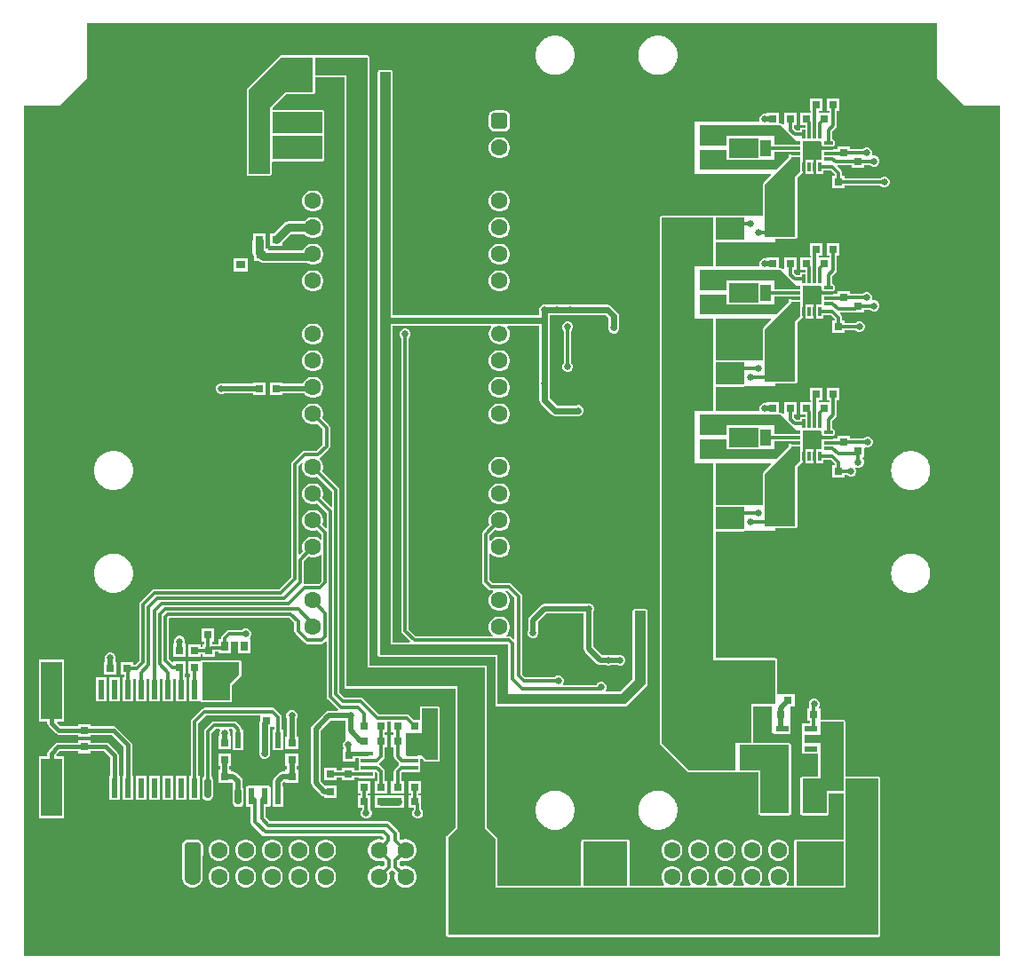
<source format=gbl>
G04*
G04 #@! TF.GenerationSoftware,Altium Limited,Altium Designer,22.1.2 (22)*
G04*
G04 Layer_Physical_Order=2*
G04 Layer_Color=16711680*
%FSAX44Y44*%
%MOMM*%
G71*
G04*
G04 #@! TF.SameCoordinates,AEE1FB78-7808-4CFB-96B9-68BC2BEC934A*
G04*
G04*
G04 #@! TF.FilePolarity,Positive*
G04*
G01*
G75*
%ADD11C,0.2000*%
%ADD13C,0.5000*%
%ADD18R,0.8000X0.8000*%
%ADD19R,0.8000X0.8000*%
G04:AMPARAMS|DCode=25|XSize=1.6mm|YSize=1.6mm|CornerRadius=0.4mm|HoleSize=0mm|Usage=FLASHONLY|Rotation=0.000|XOffset=0mm|YOffset=0mm|HoleType=Round|Shape=RoundedRectangle|*
%AMROUNDEDRECTD25*
21,1,1.6000,0.8000,0,0,0.0*
21,1,0.8000,1.6000,0,0,0.0*
1,1,0.8000,0.4000,-0.4000*
1,1,0.8000,-0.4000,-0.4000*
1,1,0.8000,-0.4000,0.4000*
1,1,0.8000,0.4000,0.4000*
%
%ADD25ROUNDEDRECTD25*%
%ADD26C,1.6000*%
%ADD27O,1.6000X1.5000*%
%ADD28O,3.6000X2.9000*%
%ADD29C,0.3000*%
%ADD31C,1.5000*%
%ADD34C,0.6500*%
%ADD35R,1.1500X0.4500*%
G04:AMPARAMS|DCode=36|XSize=1.15mm|YSize=0.45mm|CornerRadius=0.1125mm|HoleSize=0mm|Usage=FLASHONLY|Rotation=180.000|XOffset=0mm|YOffset=0mm|HoleType=Round|Shape=RoundedRectangle|*
%AMROUNDEDRECTD36*
21,1,1.1500,0.2250,0,0,180.0*
21,1,0.9250,0.4500,0,0,180.0*
1,1,0.2250,-0.4625,0.1125*
1,1,0.2250,0.4625,0.1125*
1,1,0.2250,0.4625,-0.1125*
1,1,0.2250,-0.4625,-0.1125*
%
%ADD36ROUNDEDRECTD36*%
%ADD37R,2.0000X5.5000*%
G04:AMPARAMS|DCode=38|XSize=0.3mm|YSize=0.9mm|CornerRadius=0.075mm|HoleSize=0mm|Usage=FLASHONLY|Rotation=90.000|XOffset=0mm|YOffset=0mm|HoleType=Round|Shape=RoundedRectangle|*
%AMROUNDEDRECTD38*
21,1,0.3000,0.7500,0,0,90.0*
21,1,0.1500,0.9000,0,0,90.0*
1,1,0.1500,0.3750,0.0750*
1,1,0.1500,0.3750,-0.0750*
1,1,0.1500,-0.3750,-0.0750*
1,1,0.1500,-0.3750,0.0750*
%
%ADD38ROUNDEDRECTD38*%
%ADD39R,0.9000X0.3000*%
%ADD40R,0.3000X0.9000*%
%ADD41R,1.7000X1.7000*%
%ADD42R,1.0000X1.6000*%
%ADD43R,0.8000X1.4000*%
%ADD44R,1.7000X2.3000*%
%ADD45R,1.2000X0.6000*%
G04:AMPARAMS|DCode=46|XSize=0.6mm|YSize=1.2mm|CornerRadius=0.15mm|HoleSize=0mm|Usage=FLASHONLY|Rotation=270.000|XOffset=0mm|YOffset=0mm|HoleType=Round|Shape=RoundedRectangle|*
%AMROUNDEDRECTD46*
21,1,0.6000,0.9000,0,0,270.0*
21,1,0.3000,1.2000,0,0,270.0*
1,1,0.3000,-0.4500,-0.1500*
1,1,0.3000,-0.4500,0.1500*
1,1,0.3000,0.4500,0.1500*
1,1,0.3000,0.4500,-0.1500*
%
%ADD46ROUNDEDRECTD46*%
%ADD47R,1.5000X2.8000*%
%ADD48R,0.8000X0.9500*%
%ADD49R,0.6000X1.5500*%
G04:AMPARAMS|DCode=50|XSize=1.55mm|YSize=0.6mm|CornerRadius=0.15mm|HoleSize=0mm|Usage=FLASHONLY|Rotation=270.000|XOffset=0mm|YOffset=0mm|HoleType=Round|Shape=RoundedRectangle|*
%AMROUNDEDRECTD50*
21,1,1.5500,0.3000,0,0,270.0*
21,1,1.2500,0.6000,0,0,270.0*
1,1,0.3000,-0.1500,-0.6250*
1,1,0.3000,-0.1500,0.6250*
1,1,0.3000,0.1500,0.6250*
1,1,0.3000,0.1500,-0.6250*
%
%ADD50ROUNDEDRECTD50*%
G04:AMPARAMS|DCode=51|XSize=1.9mm|YSize=0.6mm|CornerRadius=0.15mm|HoleSize=0mm|Usage=FLASHONLY|Rotation=90.000|XOffset=0mm|YOffset=0mm|HoleType=Round|Shape=RoundedRectangle|*
%AMROUNDEDRECTD51*
21,1,1.9000,0.3000,0,0,90.0*
21,1,1.6000,0.6000,0,0,90.0*
1,1,0.3000,0.1500,0.8000*
1,1,0.3000,0.1500,-0.8000*
1,1,0.3000,-0.1500,-0.8000*
1,1,0.3000,-0.1500,0.8000*
%
%ADD51ROUNDEDRECTD51*%
%ADD52R,0.6000X1.9000*%
%ADD53R,0.9500X0.8000*%
%ADD54R,0.6000X1.2000*%
G04:AMPARAMS|DCode=55|XSize=0.6mm|YSize=1.2mm|CornerRadius=0.15mm|HoleSize=0mm|Usage=FLASHONLY|Rotation=180.000|XOffset=0mm|YOffset=0mm|HoleType=Round|Shape=RoundedRectangle|*
%AMROUNDEDRECTD55*
21,1,0.6000,0.9000,0,0,180.0*
21,1,0.3000,1.2000,0,0,180.0*
1,1,0.3000,-0.1500,0.4500*
1,1,0.3000,0.1500,0.4500*
1,1,0.3000,0.1500,-0.4500*
1,1,0.3000,-0.1500,-0.4500*
%
%ADD55ROUNDEDRECTD55*%
%ADD56R,2.6500X1.7500*%
%ADD57C,0.4500*%
%ADD58C,0.7500*%
%ADD59C,0.3810*%
%ADD60C,0.6000*%
%ADD61C,0.8000*%
G36*
X00874902Y00844000D02*
X00875290Y00842049D01*
X00876395Y00840395D01*
X00899395Y00817395D01*
X00901049Y00816290D01*
X00903000Y00815902D01*
X00934902D01*
Y00005098D01*
X00005098Y00005098D01*
X00005098Y00815902D01*
X00037000Y00815902D01*
X00038951Y00816290D01*
X00040605Y00817395D01*
X00063605Y00840395D01*
X00064710Y00842049D01*
X00065098Y00844000D01*
Y00894902D01*
X00874902D01*
X00874902Y00844000D01*
D02*
G37*
%LPC*%
G36*
X00332000Y00864039D02*
X00282039D01*
X00281259Y00863884D01*
X00281020Y00863724D01*
X00280780Y00863884D01*
X00280000Y00864039D01*
X00250000D01*
X00249220Y00863884D01*
X00248558Y00863442D01*
X00248558Y00863442D01*
X00217558Y00832442D01*
X00217116Y00831780D01*
X00216961Y00831000D01*
Y00751000D01*
X00217116Y00750220D01*
X00217558Y00749558D01*
X00218220Y00749116D01*
X00219000Y00748961D01*
X00239000Y00748961D01*
X00239780Y00749116D01*
X00240442Y00749558D01*
X00240884Y00750220D01*
X00241039Y00751000D01*
X00241039Y00761857D01*
X00242000Y00762961D01*
X00289000D01*
X00289780Y00763116D01*
X00290442Y00763558D01*
X00290884Y00764220D01*
X00291039Y00765000D01*
Y00787000D01*
X00290884Y00787780D01*
X00290475Y00788500D01*
X00290884Y00789220D01*
X00291039Y00790000D01*
Y00810000D01*
X00290884Y00810780D01*
X00290442Y00811442D01*
X00289780Y00811884D01*
X00289000Y00812039D01*
X00242309D01*
X00241938Y00812258D01*
X00241504Y00813620D01*
X00254845Y00826961D01*
X00280000D01*
X00280780Y00827116D01*
X00281442Y00827558D01*
X00281884Y00828220D01*
X00282039Y00829000D01*
Y00842961D01*
X00309961D01*
Y00262000D01*
X00310116Y00261220D01*
X00310558Y00260558D01*
X00311220Y00260116D01*
X00312000Y00259961D01*
X00415961D01*
X00415961Y00127845D01*
X00407558Y00119442D01*
X00407116Y00118780D01*
X00406961Y00118000D01*
Y00025000D01*
X00407116Y00024220D01*
X00407558Y00023558D01*
X00408220Y00023116D01*
X00409000Y00022961D01*
X00819000D01*
X00819780Y00023116D01*
X00820442Y00023558D01*
X00820884Y00024220D01*
X00821039Y00025000D01*
Y00174000D01*
X00820884Y00174780D01*
X00820442Y00175442D01*
X00819780Y00175884D01*
X00819000Y00176039D01*
X00788039D01*
Y00228000D01*
X00787884Y00228780D01*
X00787442Y00229442D01*
X00786780Y00229884D01*
X00786000Y00230039D01*
X00764000D01*
X00763750Y00230244D01*
Y00241000D01*
X00763084D01*
X00762552Y00242270D01*
X00763250Y00243956D01*
Y00246044D01*
X00762451Y00247974D01*
X00760974Y00249451D01*
X00759044Y00250250D01*
X00756956D01*
X00755026Y00249451D01*
X00753549Y00247974D01*
X00752750Y00246044D01*
Y00243956D01*
X00753448Y00242270D01*
X00753089Y00241413D01*
X00752779Y00241000D01*
X00751750D01*
Y00229000D01*
X00754181D01*
Y00226500D01*
X00746500D01*
Y00216500D01*
Y00207000D01*
Y00197500D01*
X00761961D01*
Y00193000D01*
Y00176039D01*
X00747000D01*
X00746220Y00175884D01*
X00745558Y00175442D01*
X00745116Y00174780D01*
X00744961Y00174000D01*
Y00141000D01*
X00745116Y00140220D01*
X00745558Y00139558D01*
X00746220Y00139116D01*
X00747000Y00138961D01*
X00770000D01*
X00770780Y00139116D01*
X00771442Y00139558D01*
X00771884Y00140220D01*
X00772039Y00141000D01*
Y00159961D01*
X00785961D01*
Y00116039D01*
X00741000D01*
X00740220Y00115884D01*
X00739558Y00115442D01*
X00739116Y00114780D01*
X00738961Y00114000D01*
Y00072039D01*
X00731677D01*
X00731151Y00073309D01*
X00732002Y00074160D01*
X00733318Y00076440D01*
X00734000Y00078983D01*
Y00081616D01*
X00733318Y00084160D01*
X00732002Y00086440D01*
X00730140Y00088302D01*
X00727860Y00089619D01*
X00725316Y00090300D01*
X00722683D01*
X00720140Y00089619D01*
X00717860Y00088302D01*
X00715998Y00086440D01*
X00714681Y00084160D01*
X00714000Y00081616D01*
Y00078983D01*
X00714681Y00076440D01*
X00715998Y00074160D01*
X00716849Y00073309D01*
X00716323Y00072039D01*
X00706277D01*
X00705751Y00073309D01*
X00706602Y00074160D01*
X00707918Y00076440D01*
X00708600Y00078983D01*
Y00081616D01*
X00707918Y00084160D01*
X00706602Y00086440D01*
X00704740Y00088302D01*
X00702460Y00089619D01*
X00699917Y00090300D01*
X00697283D01*
X00694740Y00089619D01*
X00692460Y00088302D01*
X00690598Y00086440D01*
X00689281Y00084160D01*
X00688600Y00081616D01*
Y00078983D01*
X00689281Y00076440D01*
X00690598Y00074160D01*
X00691449Y00073309D01*
X00690923Y00072039D01*
X00680877D01*
X00680351Y00073309D01*
X00681202Y00074160D01*
X00682518Y00076440D01*
X00683200Y00078983D01*
Y00081616D01*
X00682518Y00084160D01*
X00681202Y00086440D01*
X00679340Y00088302D01*
X00677060Y00089619D01*
X00674517Y00090300D01*
X00671883D01*
X00669340Y00089619D01*
X00667060Y00088302D01*
X00665198Y00086440D01*
X00663882Y00084160D01*
X00663200Y00081616D01*
Y00078983D01*
X00663882Y00076440D01*
X00665198Y00074160D01*
X00666049Y00073309D01*
X00665523Y00072039D01*
X00655477D01*
X00654951Y00073309D01*
X00655802Y00074160D01*
X00657119Y00076440D01*
X00657800Y00078983D01*
Y00081616D01*
X00657119Y00084160D01*
X00655802Y00086440D01*
X00653940Y00088302D01*
X00651660Y00089619D01*
X00649117Y00090300D01*
X00646484D01*
X00643940Y00089619D01*
X00641660Y00088302D01*
X00639798Y00086440D01*
X00638481Y00084160D01*
X00637800Y00081616D01*
Y00078983D01*
X00638481Y00076440D01*
X00639798Y00074160D01*
X00640649Y00073309D01*
X00640123Y00072039D01*
X00630077D01*
X00629551Y00073309D01*
X00630402Y00074160D01*
X00631718Y00076440D01*
X00632400Y00078983D01*
Y00081616D01*
X00631718Y00084160D01*
X00630402Y00086440D01*
X00628540Y00088302D01*
X00626260Y00089619D01*
X00623717Y00090300D01*
X00621083D01*
X00618540Y00089619D01*
X00616260Y00088302D01*
X00614398Y00086440D01*
X00613082Y00084160D01*
X00612400Y00081616D01*
Y00078983D01*
X00613082Y00076440D01*
X00614398Y00074160D01*
X00615249Y00073309D01*
X00614723Y00072039D01*
X00582039D01*
Y00114000D01*
X00581884Y00114780D01*
X00581442Y00115442D01*
X00580780Y00115884D01*
X00580000Y00116039D01*
X00538000D01*
X00537220Y00115884D01*
X00536558Y00115442D01*
X00536116Y00114780D01*
X00535961Y00114000D01*
Y00072039D01*
X00456039D01*
Y00117000D01*
X00455884Y00117780D01*
X00455442Y00118442D01*
X00455442Y00118442D01*
X00446039Y00127845D01*
X00446039Y00280000D01*
X00445884Y00280780D01*
X00445442Y00281442D01*
X00444780Y00281884D01*
X00444000Y00282039D01*
X00334039Y00282039D01*
X00334039Y00862000D01*
X00333884Y00862780D01*
X00333442Y00863442D01*
X00332780Y00863884D01*
X00332000Y00864039D01*
D02*
G37*
G36*
X00610330Y00882598D02*
X00607670D01*
X00607178Y00882500D01*
X00606676D01*
X00604068Y00881981D01*
X00603604Y00881789D01*
X00603111Y00881691D01*
X00600654Y00880673D01*
X00600237Y00880395D01*
X00599773Y00880202D01*
X00597562Y00878725D01*
X00597207Y00878370D01*
X00596790Y00878091D01*
X00594909Y00876210D01*
X00594630Y00875793D01*
X00594275Y00875438D01*
X00592798Y00873227D01*
X00592606Y00872763D01*
X00592327Y00872346D01*
X00591309Y00869889D01*
X00591211Y00869396D01*
X00591019Y00868932D01*
X00590500Y00866324D01*
Y00865822D01*
X00590402Y00865330D01*
Y00862670D01*
X00590500Y00862178D01*
Y00861676D01*
X00591019Y00859068D01*
X00591211Y00858604D01*
X00591309Y00858111D01*
X00592327Y00855654D01*
X00592606Y00855237D01*
X00592798Y00854773D01*
X00594275Y00852562D01*
X00594630Y00852207D01*
X00594909Y00851789D01*
X00596790Y00849909D01*
X00597207Y00849630D01*
X00597562Y00849275D01*
X00599773Y00847798D01*
X00600237Y00847606D01*
X00600654Y00847327D01*
X00603111Y00846309D01*
X00603604Y00846211D01*
X00604068Y00846019D01*
X00606676Y00845500D01*
X00607178D01*
X00607670Y00845402D01*
X00610330D01*
X00610822Y00845500D01*
X00611324D01*
X00613932Y00846019D01*
X00614396Y00846211D01*
X00614889Y00846309D01*
X00617346Y00847327D01*
X00617763Y00847606D01*
X00618227Y00847798D01*
X00620438Y00849275D01*
X00620793Y00849630D01*
X00621211Y00849909D01*
X00623091Y00851789D01*
X00623370Y00852207D01*
X00623725Y00852562D01*
X00625202Y00854773D01*
X00625395Y00855237D01*
X00625673Y00855654D01*
X00626691Y00858111D01*
X00626789Y00858604D01*
X00626981Y00859068D01*
X00627500Y00861676D01*
Y00862178D01*
X00627598Y00862670D01*
Y00865330D01*
X00627500Y00865822D01*
Y00866324D01*
X00626981Y00868932D01*
X00626789Y00869396D01*
X00626691Y00869889D01*
X00625673Y00872346D01*
X00625395Y00872763D01*
X00625202Y00873227D01*
X00623725Y00875438D01*
X00623370Y00875793D01*
X00623091Y00876210D01*
X00621211Y00878091D01*
X00620793Y00878370D01*
X00620438Y00878725D01*
X00618227Y00880202D01*
X00617763Y00880394D01*
X00617346Y00880673D01*
X00614889Y00881691D01*
X00614396Y00881789D01*
X00613932Y00881981D01*
X00611324Y00882500D01*
X00610822D01*
X00610330Y00882598D01*
D02*
G37*
G36*
X00512330D02*
X00509670D01*
X00509178Y00882500D01*
X00508676D01*
X00506068Y00881981D01*
X00505604Y00881789D01*
X00505111Y00881691D01*
X00502654Y00880673D01*
X00502237Y00880395D01*
X00501773Y00880202D01*
X00499562Y00878725D01*
X00499207Y00878370D01*
X00498789Y00878091D01*
X00496909Y00876210D01*
X00496630Y00875793D01*
X00496275Y00875438D01*
X00494798Y00873227D01*
X00494605Y00872763D01*
X00494327Y00872346D01*
X00493309Y00869889D01*
X00493211Y00869396D01*
X00493019Y00868932D01*
X00492500Y00866324D01*
Y00865822D01*
X00492402Y00865330D01*
Y00862670D01*
X00492500Y00862178D01*
Y00861676D01*
X00493019Y00859068D01*
X00493211Y00858604D01*
X00493309Y00858111D01*
X00494327Y00855654D01*
X00494605Y00855237D01*
X00494798Y00854773D01*
X00496275Y00852562D01*
X00496630Y00852207D01*
X00496909Y00851789D01*
X00498789Y00849909D01*
X00499207Y00849630D01*
X00499562Y00849275D01*
X00501773Y00847798D01*
X00502237Y00847606D01*
X00502654Y00847327D01*
X00505111Y00846309D01*
X00505604Y00846211D01*
X00506068Y00846019D01*
X00508676Y00845500D01*
X00509178D01*
X00509670Y00845402D01*
X00512330D01*
X00512822Y00845500D01*
X00513324D01*
X00515932Y00846019D01*
X00516396Y00846211D01*
X00516889Y00846309D01*
X00519346Y00847327D01*
X00519763Y00847606D01*
X00520227Y00847798D01*
X00522438Y00849275D01*
X00522793Y00849630D01*
X00523210Y00849909D01*
X00525091Y00851789D01*
X00525370Y00852207D01*
X00525725Y00852562D01*
X00527202Y00854773D01*
X00527394Y00855237D01*
X00527673Y00855654D01*
X00528691Y00858111D01*
X00528789Y00858604D01*
X00528981Y00859068D01*
X00529500Y00861676D01*
Y00862178D01*
X00529598Y00862670D01*
Y00865330D01*
X00529500Y00865822D01*
Y00866324D01*
X00528981Y00868932D01*
X00528789Y00869396D01*
X00528691Y00869889D01*
X00527673Y00872346D01*
X00527394Y00872763D01*
X00527202Y00873227D01*
X00525725Y00875438D01*
X00525370Y00875793D01*
X00525091Y00876210D01*
X00523210Y00878091D01*
X00522793Y00878370D01*
X00522438Y00878725D01*
X00520227Y00880202D01*
X00519763Y00880394D01*
X00519346Y00880673D01*
X00516889Y00881691D01*
X00516396Y00881789D01*
X00515932Y00881981D01*
X00513324Y00882500D01*
X00512822D01*
X00512330Y00882598D01*
D02*
G37*
G36*
X00782250Y00823000D02*
X00770250D01*
Y00811000D01*
X00772431D01*
Y00809000D01*
X00762068D01*
Y00811000D01*
X00765750D01*
Y00823000D01*
X00753750D01*
Y00811000D01*
X00754931D01*
Y00809000D01*
X00744750D01*
Y00797000D01*
X00749931D01*
Y00795000D01*
X00745000D01*
Y00792069D01*
X00740978D01*
X00739069Y00793978D01*
Y00797000D01*
X00741250D01*
Y00809000D01*
X00729250D01*
Y00798430D01*
X00727980Y00797904D01*
X00727442Y00798442D01*
X00726780Y00798884D01*
X00726000Y00799039D01*
X00724750D01*
Y00809000D01*
X00712750D01*
Y00808722D01*
X00712044Y00808250D01*
X00709956D01*
X00708026Y00807451D01*
X00706549Y00805974D01*
X00705750Y00804044D01*
Y00801956D01*
X00705111Y00801000D01*
X00644000D01*
Y00751000D01*
X00649000D01*
X00649000Y00751000D01*
X00716457D01*
X00716943Y00749827D01*
X00709558Y00742442D01*
X00709116Y00741780D01*
X00708961Y00741000D01*
X00708961Y00711000D01*
X00691197D01*
X00691000Y00711039D01*
X00664000D01*
X00663220Y00710884D01*
X00662980Y00710724D01*
X00662741Y00710884D01*
X00661961Y00711039D01*
X00613000D01*
X00612220Y00710884D01*
X00611558Y00710442D01*
X00611116Y00709780D01*
X00610961Y00709000D01*
Y00208000D01*
X00611116Y00207220D01*
X00611558Y00206558D01*
X00611558Y00206558D01*
X00637558Y00180558D01*
X00638220Y00180116D01*
X00639000Y00179961D01*
X00683000D01*
X00683780Y00180116D01*
X00684442Y00180558D01*
X00685558D01*
X00686220Y00180116D01*
X00687000Y00179961D01*
X00704961D01*
Y00141000D01*
X00705116Y00140220D01*
X00705558Y00139558D01*
X00706220Y00139116D01*
X00707000Y00138961D01*
X00734000Y00138961D01*
X00734780Y00139116D01*
X00735442Y00139558D01*
X00735884Y00140220D01*
X00736039Y00141000D01*
X00736039Y00206000D01*
X00735884Y00206780D01*
X00735442Y00207442D01*
X00734780Y00207884D01*
X00734000Y00208039D01*
X00700039D01*
Y00242961D01*
X00718000D01*
Y00217000D01*
X00719500D01*
Y00216500D01*
X00735500D01*
Y00226500D01*
X00735000D01*
Y00243000D01*
X00739250D01*
Y00255000D01*
X00727250D01*
Y00255000D01*
X00723039D01*
Y00287000D01*
X00722884Y00287780D01*
X00722442Y00288442D01*
X00721780Y00288884D01*
X00721000Y00289039D01*
X00664039D01*
Y00409961D01*
X00691000D01*
X00691197Y00410000D01*
X00721000D01*
Y00412961D01*
X00740000D01*
X00740780Y00413116D01*
X00741442Y00413558D01*
X00741884Y00414220D01*
X00742039Y00415000D01*
Y00471155D01*
X00746442Y00475558D01*
X00746884Y00476220D01*
X00747039Y00477000D01*
X00747039Y00490961D01*
X00747000Y00491158D01*
Y00492803D01*
X00747039Y00493000D01*
Y00496000D01*
X00747000Y00496197D01*
Y00502803D01*
X00747039Y00503000D01*
Y00504730D01*
X00747039Y00504730D01*
X00747622Y00506000D01*
X00750000D01*
Y00506000D01*
X00762000D01*
Y00506000D01*
X00764331D01*
X00764946Y00505250D01*
Y00503750D01*
X00765160Y00502677D01*
X00765767Y00501767D01*
X00766677Y00501160D01*
X00767750Y00500946D01*
X00771426D01*
X00771500Y00500932D01*
X00771574Y00500946D01*
X00775250D01*
X00776323Y00501160D01*
X00777233Y00501767D01*
X00777840Y00502677D01*
X00778054Y00503750D01*
Y00505250D01*
X00777840Y00506323D01*
X00777233Y00507233D01*
X00776323Y00507840D01*
X00775250Y00508054D01*
X00775069D01*
Y00515022D01*
X00778523Y00518477D01*
X00779297Y00519634D01*
X00779568Y00521000D01*
Y00535000D01*
X00782250D01*
Y00547000D01*
X00770250D01*
Y00535000D01*
X00772431D01*
Y00533000D01*
X00762068D01*
Y00535000D01*
X00765750D01*
Y00547000D01*
X00753750D01*
Y00535000D01*
X00754931D01*
Y00533000D01*
X00744750D01*
Y00521000D01*
X00749931D01*
Y00519000D01*
X00745000D01*
Y00516069D01*
X00740978Y00516069D01*
X00739069Y00517978D01*
Y00521000D01*
X00741250D01*
Y00533000D01*
X00729250D01*
Y00522430D01*
X00727980Y00521904D01*
X00727442Y00522442D01*
X00726780Y00522884D01*
X00726000Y00523039D01*
X00724750D01*
Y00533000D01*
X00712750D01*
Y00532721D01*
X00712044Y00532250D01*
X00709956D01*
X00708026Y00531451D01*
X00706549Y00529974D01*
X00705750Y00528044D01*
Y00525956D01*
X00705111Y00525000D01*
X00664039D01*
Y00547961D01*
X00691000D01*
X00691197Y00548000D01*
X00721000D01*
Y00550961D01*
X00740000D01*
X00740780Y00551116D01*
X00741442Y00551558D01*
X00741884Y00552220D01*
X00742039Y00553000D01*
Y00609155D01*
X00746442Y00613558D01*
X00746884Y00614220D01*
X00747039Y00615000D01*
X00747039Y00628961D01*
X00747000Y00629158D01*
Y00630803D01*
X00747039Y00631000D01*
Y00634000D01*
X00747000Y00634197D01*
Y00640803D01*
X00747039Y00641000D01*
Y00642730D01*
X00747039Y00642730D01*
X00747622Y00644000D01*
X00750000D01*
Y00644000D01*
X00762000D01*
Y00644000D01*
X00764331D01*
X00764946Y00643250D01*
Y00641750D01*
X00765160Y00640677D01*
X00765767Y00639767D01*
X00766677Y00639160D01*
X00767750Y00638946D01*
X00771426D01*
X00771500Y00638932D01*
X00771574Y00638946D01*
X00775250D01*
X00776323Y00639160D01*
X00777233Y00639767D01*
X00777840Y00640677D01*
X00778054Y00641750D01*
Y00643250D01*
X00777840Y00644323D01*
X00777233Y00645233D01*
X00776323Y00645841D01*
X00775250Y00646054D01*
X00775069D01*
Y00653022D01*
X00778523Y00656477D01*
X00779297Y00657635D01*
X00779568Y00659000D01*
Y00673000D01*
X00782250D01*
Y00685000D01*
X00770250D01*
Y00673000D01*
X00772431D01*
Y00671000D01*
X00762068D01*
Y00673000D01*
X00765750D01*
Y00685000D01*
X00753750D01*
Y00673000D01*
X00754931D01*
Y00671000D01*
X00744750D01*
Y00659000D01*
X00749931D01*
Y00657000D01*
X00745000D01*
Y00654069D01*
X00740978Y00654069D01*
X00739069Y00655978D01*
Y00659000D01*
X00741250D01*
Y00671000D01*
X00729250D01*
Y00660430D01*
X00727980Y00659904D01*
X00727442Y00660442D01*
X00726780Y00660884D01*
X00726000Y00661039D01*
X00724750D01*
Y00671000D01*
X00712750D01*
Y00670722D01*
X00712044Y00670250D01*
X00709956D01*
X00708026Y00669451D01*
X00706549Y00667974D01*
X00705750Y00666044D01*
Y00663956D01*
X00705111Y00663000D01*
X00664039D01*
Y00685961D01*
X00691000D01*
X00691197Y00686000D01*
X00721000D01*
Y00688961D01*
X00740000D01*
X00740780Y00689116D01*
X00741442Y00689558D01*
X00741884Y00690220D01*
X00742039Y00691000D01*
Y00747155D01*
X00746442Y00751558D01*
X00746884Y00752220D01*
X00747039Y00753000D01*
X00747039Y00766961D01*
X00747000Y00767158D01*
Y00768803D01*
X00747039Y00769000D01*
Y00772000D01*
X00747000Y00772197D01*
Y00778803D01*
X00747039Y00779000D01*
Y00780730D01*
X00747039Y00780730D01*
X00747622Y00782000D01*
X00764331D01*
X00764946Y00781250D01*
Y00779750D01*
X00765160Y00778677D01*
X00765767Y00777767D01*
X00766677Y00777160D01*
X00767750Y00776946D01*
X00771426D01*
X00771500Y00776932D01*
X00771574Y00776946D01*
X00775250D01*
X00776323Y00777160D01*
X00777233Y00777767D01*
X00777840Y00778677D01*
X00778054Y00779750D01*
Y00781250D01*
X00777840Y00782323D01*
X00777233Y00783233D01*
X00776323Y00783840D01*
X00775250Y00784054D01*
X00775069D01*
Y00791022D01*
X00778523Y00794477D01*
X00779297Y00795635D01*
X00779568Y00797000D01*
Y00811000D01*
X00782250D01*
Y00823000D01*
D02*
G37*
G36*
X00461900Y00811418D02*
X00453900D01*
X00451559Y00810952D01*
X00449574Y00809626D01*
X00448248Y00807641D01*
X00447783Y00805300D01*
Y00797300D01*
X00448248Y00794959D01*
X00449574Y00792974D01*
X00451559Y00791648D01*
X00453900Y00791182D01*
X00461900D01*
X00464241Y00791648D01*
X00466226Y00792974D01*
X00467552Y00794959D01*
X00468018Y00797300D01*
Y00805300D01*
X00467552Y00807641D01*
X00466226Y00809626D01*
X00464241Y00810952D01*
X00461900Y00811418D01*
D02*
G37*
G36*
X00459216Y00785900D02*
X00456584D01*
X00454040Y00785219D01*
X00451760Y00783902D01*
X00449898Y00782040D01*
X00448582Y00779760D01*
X00447900Y00777217D01*
Y00774584D01*
X00448582Y00772040D01*
X00449898Y00769760D01*
X00451760Y00767898D01*
X00454040Y00766582D01*
X00456584Y00765900D01*
X00459216D01*
X00461760Y00766582D01*
X00464040Y00767898D01*
X00465902Y00769760D01*
X00467219Y00772040D01*
X00467900Y00774584D01*
Y00777217D01*
X00467219Y00779760D01*
X00465902Y00782040D01*
X00464040Y00783902D01*
X00461760Y00785219D01*
X00459216Y00785900D01*
D02*
G37*
G36*
X00792000Y00776750D02*
X00780000D01*
Y00774069D01*
X00771500Y00774069D01*
X00771155Y00774000D01*
X00765000D01*
Y00764000D01*
X00760000D01*
Y00757845D01*
X00759931Y00757500D01*
X00760000Y00757155D01*
Y00751000D01*
X00767000D01*
Y00753932D01*
X00774022D01*
X00777431Y00750522D01*
Y00749000D01*
X00775250D01*
Y00737000D01*
X00787250D01*
Y00739432D01*
X00821144D01*
X00822026Y00738549D01*
X00823956Y00737750D01*
X00826044D01*
X00827974Y00738549D01*
X00829451Y00740026D01*
X00830250Y00741956D01*
Y00744044D01*
X00829451Y00745974D01*
X00827974Y00747451D01*
X00826044Y00748250D01*
X00823956D01*
X00822026Y00747451D01*
X00821144Y00746569D01*
X00787250D01*
Y00749000D01*
X00784569D01*
Y00752000D01*
X00784297Y00753366D01*
X00783523Y00754523D01*
X00780039Y00758008D01*
X00780525Y00759182D01*
X00794000D01*
Y00756750D01*
X00806000D01*
Y00759431D01*
X00811144D01*
X00812026Y00758549D01*
X00813956Y00757750D01*
X00816044D01*
X00817974Y00758549D01*
X00819451Y00760026D01*
X00820250Y00761956D01*
Y00764044D01*
X00819451Y00765974D01*
X00817974Y00767451D01*
X00816044Y00768250D01*
X00813956D01*
X00813910Y00768231D01*
X00812938Y00769203D01*
X00813250Y00769956D01*
Y00772044D01*
X00812451Y00773974D01*
X00810974Y00775451D01*
X00809044Y00776250D01*
X00806956D01*
X00805026Y00775451D01*
X00803894Y00774319D01*
X00792000D01*
Y00776750D01*
D02*
G37*
G36*
X00757000Y00764000D02*
X00750000D01*
Y00751000D01*
X00757000D01*
Y00764000D01*
D02*
G37*
G36*
X00459216Y00735100D02*
X00456584D01*
X00454040Y00734418D01*
X00451760Y00733102D01*
X00449898Y00731240D01*
X00448582Y00728960D01*
X00447900Y00726417D01*
Y00723783D01*
X00448582Y00721240D01*
X00449898Y00718960D01*
X00451760Y00717098D01*
X00454040Y00715782D01*
X00456584Y00715100D01*
X00459216D01*
X00461760Y00715782D01*
X00464040Y00717098D01*
X00465902Y00718960D01*
X00467219Y00721240D01*
X00467900Y00723783D01*
Y00726417D01*
X00467219Y00728960D01*
X00465902Y00731240D01*
X00464040Y00733102D01*
X00461760Y00734418D01*
X00459216Y00735100D01*
D02*
G37*
G36*
X00281416D02*
X00278783D01*
X00276240Y00734418D01*
X00273960Y00733102D01*
X00272098Y00731240D01*
X00270781Y00728960D01*
X00270100Y00726417D01*
Y00723783D01*
X00270781Y00721240D01*
X00272098Y00718960D01*
X00273960Y00717098D01*
X00276240Y00715782D01*
X00278783Y00715100D01*
X00281416D01*
X00283960Y00715782D01*
X00286240Y00717098D01*
X00288102Y00718960D01*
X00289419Y00721240D01*
X00290100Y00723783D01*
Y00726417D01*
X00289419Y00728960D01*
X00288102Y00731240D01*
X00286240Y00733102D01*
X00283960Y00734418D01*
X00281416Y00735100D01*
D02*
G37*
G36*
X00459216Y00709700D02*
X00456584D01*
X00454040Y00709018D01*
X00451760Y00707702D01*
X00449898Y00705840D01*
X00448582Y00703560D01*
X00447900Y00701017D01*
Y00698383D01*
X00448582Y00695840D01*
X00449898Y00693560D01*
X00451760Y00691698D01*
X00454040Y00690382D01*
X00456584Y00689700D01*
X00459216D01*
X00461760Y00690382D01*
X00464040Y00691698D01*
X00465902Y00693560D01*
X00467219Y00695840D01*
X00467900Y00698383D01*
Y00701017D01*
X00467219Y00703560D01*
X00465902Y00705840D01*
X00464040Y00707702D01*
X00461760Y00709018D01*
X00459216Y00709700D01*
D02*
G37*
G36*
X00281416D02*
X00278783D01*
X00276240Y00709018D01*
X00273960Y00707702D01*
X00272098Y00705840D01*
X00272085Y00705818D01*
X00256950D01*
X00254609Y00705352D01*
X00252624Y00704026D01*
X00242598Y00694000D01*
X00239250D01*
Y00688591D01*
X00239132Y00688000D01*
X00239250Y00687409D01*
Y00682000D01*
X00244659D01*
X00245250Y00681882D01*
X00245841Y00682000D01*
X00251250D01*
Y00685349D01*
X00259484Y00693583D01*
X00272085D01*
X00272098Y00693560D01*
X00273960Y00691698D01*
X00276240Y00690382D01*
X00278783Y00689700D01*
X00281416D01*
X00283960Y00690382D01*
X00286240Y00691698D01*
X00288102Y00693560D01*
X00289419Y00695840D01*
X00290100Y00698383D01*
Y00701017D01*
X00289419Y00703560D01*
X00288102Y00705840D01*
X00286240Y00707702D01*
X00283960Y00709018D01*
X00281416Y00709700D01*
D02*
G37*
G36*
X00459216Y00684300D02*
X00456584D01*
X00454040Y00683618D01*
X00451760Y00682302D01*
X00449898Y00680440D01*
X00448582Y00678160D01*
X00447900Y00675617D01*
Y00672983D01*
X00448582Y00670440D01*
X00449898Y00668160D01*
X00451760Y00666298D01*
X00454040Y00664982D01*
X00456584Y00664300D01*
X00459216D01*
X00461760Y00664982D01*
X00464040Y00666298D01*
X00465902Y00668160D01*
X00467219Y00670440D01*
X00467900Y00672983D01*
Y00675617D01*
X00467219Y00678160D01*
X00465902Y00680440D01*
X00464040Y00682302D01*
X00461760Y00683618D01*
X00459216Y00684300D01*
D02*
G37*
G36*
X00234750Y00694000D02*
X00222750D01*
Y00687591D01*
X00222633Y00687000D01*
Y00675750D01*
X00223098Y00673409D01*
X00224250Y00671685D01*
Y00667500D01*
X00228559D01*
X00229909Y00666598D01*
X00232250Y00666133D01*
X00274247D01*
X00276240Y00664982D01*
X00278783Y00664300D01*
X00281416D01*
X00283960Y00664982D01*
X00286240Y00666298D01*
X00288102Y00668160D01*
X00289419Y00670440D01*
X00290100Y00672983D01*
Y00675617D01*
X00289419Y00678160D01*
X00288102Y00680440D01*
X00286240Y00682302D01*
X00283960Y00683618D01*
X00281416Y00684300D01*
X00278783D01*
X00276240Y00683618D01*
X00273960Y00682302D01*
X00272098Y00680440D01*
X00270901Y00678368D01*
X00237750D01*
Y00679500D01*
X00234868D01*
Y00687000D01*
X00234750Y00687591D01*
Y00694000D01*
D02*
G37*
G36*
X00217750Y00670000D02*
X00204250D01*
Y00658000D01*
X00217750D01*
Y00670000D01*
D02*
G37*
G36*
X00459216Y00658900D02*
X00456584D01*
X00454040Y00658219D01*
X00451760Y00656902D01*
X00449898Y00655040D01*
X00448582Y00652760D01*
X00447900Y00650217D01*
Y00647583D01*
X00448582Y00645040D01*
X00449898Y00642760D01*
X00451760Y00640898D01*
X00454040Y00639582D01*
X00456584Y00638900D01*
X00459216D01*
X00461760Y00639582D01*
X00464040Y00640898D01*
X00465902Y00642760D01*
X00467219Y00645040D01*
X00467900Y00647583D01*
Y00650217D01*
X00467219Y00652760D01*
X00465902Y00655040D01*
X00464040Y00656902D01*
X00461760Y00658219D01*
X00459216Y00658900D01*
D02*
G37*
G36*
X00281416D02*
X00278783D01*
X00276240Y00658219D01*
X00273960Y00656902D01*
X00272098Y00655040D01*
X00270781Y00652760D01*
X00270100Y00650217D01*
Y00647583D01*
X00270781Y00645040D01*
X00272098Y00642760D01*
X00273960Y00640898D01*
X00276240Y00639582D01*
X00278783Y00638900D01*
X00281416D01*
X00283960Y00639582D01*
X00286240Y00640898D01*
X00288102Y00642760D01*
X00289419Y00645040D01*
X00290100Y00647583D01*
Y00650217D01*
X00289419Y00652760D01*
X00288102Y00655040D01*
X00286240Y00656902D01*
X00283960Y00658219D01*
X00281416Y00658900D01*
D02*
G37*
G36*
X00792000Y00638750D02*
X00780000D01*
Y00636069D01*
X00771500Y00636069D01*
X00771155Y00636000D01*
X00765000D01*
Y00626000D01*
X00760000D01*
Y00619845D01*
X00759931Y00619500D01*
X00760000Y00619155D01*
Y00613000D01*
X00767000D01*
Y00615932D01*
X00774022D01*
X00777431Y00612522D01*
Y00611000D01*
X00775250D01*
Y00599000D01*
X00787250D01*
Y00601432D01*
X00797144D01*
X00798026Y00600549D01*
X00799956Y00599750D01*
X00802044D01*
X00803974Y00600549D01*
X00805451Y00602026D01*
X00806250Y00603956D01*
Y00606044D01*
X00805451Y00607974D01*
X00803974Y00609451D01*
X00802044Y00610250D01*
X00799956D01*
X00798026Y00609451D01*
X00797144Y00608569D01*
X00787250D01*
Y00611000D01*
X00784568D01*
Y00614000D01*
X00784297Y00615366D01*
X00783523Y00616524D01*
X00782513Y00617534D01*
X00782999Y00618708D01*
X00797526D01*
X00797740Y00618750D01*
X00806000D01*
Y00621431D01*
X00811144D01*
X00812026Y00620549D01*
X00813956Y00619750D01*
X00816044D01*
X00817974Y00620549D01*
X00819451Y00622026D01*
X00820250Y00623956D01*
Y00626044D01*
X00819451Y00627974D01*
X00817974Y00629451D01*
X00816044Y00630250D01*
X00813956D01*
X00813910Y00630231D01*
X00812938Y00631203D01*
X00813250Y00631956D01*
Y00634044D01*
X00812451Y00635974D01*
X00810974Y00637451D01*
X00809044Y00638250D01*
X00806956D01*
X00805026Y00637451D01*
X00803894Y00636319D01*
X00792000D01*
Y00638750D01*
D02*
G37*
G36*
X00757000Y00626000D02*
X00750000D01*
Y00613000D01*
X00757000D01*
Y00626000D01*
D02*
G37*
G36*
X00354000Y00850039D02*
X00344000D01*
X00343220Y00849884D01*
X00342558Y00849442D01*
X00342116Y00848780D01*
X00341961Y00848000D01*
Y00292000D01*
X00342116Y00291220D01*
X00342558Y00290558D01*
X00343220Y00290116D01*
X00344000Y00289961D01*
X00453961D01*
Y00245000D01*
X00454116Y00244220D01*
X00454558Y00243558D01*
X00455220Y00243116D01*
X00456000Y00242961D01*
X00578000D01*
X00578780Y00243116D01*
X00579442Y00243558D01*
X00598442Y00262558D01*
X00598884Y00263220D01*
X00599039Y00264000D01*
Y00334000D01*
X00598884Y00334780D01*
X00598442Y00335442D01*
X00597780Y00335884D01*
X00597000Y00336039D01*
X00587000D01*
X00586220Y00335884D01*
X00585558Y00335442D01*
X00585116Y00334780D01*
X00584961Y00334000D01*
Y00268845D01*
X00573155Y00257039D01*
X00560123D01*
X00559568Y00258309D01*
X00560250Y00259956D01*
Y00262044D01*
X00559451Y00263974D01*
X00557974Y00265451D01*
X00556044Y00266250D01*
X00553956D01*
X00552026Y00265451D01*
X00550549Y00263974D01*
X00550162Y00263039D01*
X00518873D01*
X00518387Y00264212D01*
X00518451Y00264276D01*
X00519250Y00266206D01*
Y00268294D01*
X00518451Y00270224D01*
X00516974Y00271701D01*
X00515044Y00272500D01*
X00512956D01*
X00511026Y00271701D01*
X00509894Y00270569D01*
X00482478D01*
X00479569Y00273478D01*
Y00348000D01*
X00479297Y00349366D01*
X00478523Y00350523D01*
X00469523Y00359523D01*
X00468366Y00360297D01*
X00467000Y00360569D01*
X00451478D01*
X00448569Y00363478D01*
Y00388523D01*
X00449839Y00388863D01*
X00449898Y00388760D01*
X00451760Y00386898D01*
X00454040Y00385582D01*
X00456584Y00384900D01*
X00459216D01*
X00461760Y00385582D01*
X00464040Y00386898D01*
X00465902Y00388760D01*
X00467219Y00391040D01*
X00467900Y00393583D01*
Y00396217D01*
X00467219Y00398760D01*
X00465902Y00401040D01*
X00464040Y00402902D01*
X00461760Y00404218D01*
X00459216Y00404900D01*
X00456584D01*
X00454040Y00404218D01*
X00451760Y00402902D01*
X00449898Y00401040D01*
X00449839Y00400937D01*
X00448569Y00401278D01*
Y00405922D01*
X00453779Y00411132D01*
X00454040Y00410982D01*
X00456584Y00410300D01*
X00459216D01*
X00461760Y00410982D01*
X00464040Y00412298D01*
X00465902Y00414160D01*
X00467219Y00416440D01*
X00467900Y00418983D01*
Y00421617D01*
X00467219Y00424160D01*
X00465902Y00426440D01*
X00464040Y00428302D01*
X00461760Y00429618D01*
X00459216Y00430300D01*
X00456584D01*
X00454040Y00429618D01*
X00451760Y00428302D01*
X00449898Y00426440D01*
X00448582Y00424160D01*
X00447900Y00421617D01*
Y00418983D01*
X00448582Y00416440D01*
X00448732Y00416179D01*
X00442477Y00409923D01*
X00441703Y00408766D01*
X00441431Y00407400D01*
Y00362000D01*
X00441703Y00360634D01*
X00442477Y00359477D01*
X00447477Y00354477D01*
X00448634Y00353703D01*
X00450000Y00353431D01*
X00451522D01*
X00451863Y00352161D01*
X00451760Y00352102D01*
X00449898Y00350240D01*
X00448582Y00347960D01*
X00447900Y00345417D01*
Y00342784D01*
X00448582Y00340240D01*
X00449898Y00337960D01*
X00451760Y00336098D01*
X00454040Y00334782D01*
X00456584Y00334100D01*
X00459216D01*
X00461760Y00334782D01*
X00464040Y00336098D01*
X00465902Y00337960D01*
X00467219Y00340240D01*
X00467900Y00342784D01*
Y00345417D01*
X00467219Y00347960D01*
X00465902Y00350240D01*
X00464040Y00352102D01*
X00463937Y00352161D01*
X00464277Y00353431D01*
X00465522D01*
X00472431Y00346522D01*
Y00307275D01*
X00471258Y00306789D01*
X00469523Y00308523D01*
X00468366Y00309297D01*
X00467000Y00309569D01*
X00464379D01*
X00464181Y00310839D01*
X00465902Y00312560D01*
X00467219Y00314840D01*
X00467900Y00317383D01*
Y00320017D01*
X00467219Y00322560D01*
X00465902Y00324840D01*
X00464040Y00326702D01*
X00461760Y00328018D01*
X00459216Y00328700D01*
X00456584D01*
X00454040Y00328018D01*
X00451760Y00326702D01*
X00449898Y00324840D01*
X00448582Y00322560D01*
X00447900Y00320017D01*
Y00317383D01*
X00448582Y00314840D01*
X00449898Y00312560D01*
X00451619Y00310839D01*
X00451421Y00309569D01*
X00378478D01*
X00371569Y00316478D01*
X00371568Y00594144D01*
X00372451Y00595026D01*
X00373250Y00596956D01*
Y00599044D01*
X00372451Y00600974D01*
X00370974Y00602451D01*
X00369044Y00603250D01*
X00366956D01*
X00365026Y00602451D01*
X00363549Y00600974D01*
X00362750Y00599044D01*
Y00596956D01*
X00363549Y00595026D01*
X00364431Y00594144D01*
X00364431Y00315000D01*
X00364703Y00313634D01*
X00365477Y00312477D01*
X00372741Y00305212D01*
X00372255Y00304039D01*
X00356039D01*
Y00605902D01*
X00450056D01*
X00450438Y00604632D01*
X00449102Y00602891D01*
X00448144Y00600580D01*
X00447818Y00598100D01*
X00448144Y00595620D01*
X00449102Y00593309D01*
X00450625Y00591325D01*
X00452609Y00589802D01*
X00454920Y00588845D01*
X00457400Y00588518D01*
X00458400D01*
X00460880Y00588845D01*
X00463191Y00589802D01*
X00465175Y00591325D01*
X00466698Y00593309D01*
X00467655Y00595620D01*
X00467982Y00598100D01*
X00467655Y00600580D01*
X00466698Y00602891D01*
X00465362Y00604632D01*
X00465744Y00605902D01*
X00495902D01*
Y00552411D01*
X00495750Y00552044D01*
Y00549956D01*
X00495902Y00549589D01*
Y00535000D01*
X00496290Y00533049D01*
X00497395Y00531395D01*
X00507395Y00521395D01*
X00509049Y00520290D01*
X00511000Y00519902D01*
X00531589D01*
X00531956Y00519750D01*
X00534044D01*
X00535974Y00520549D01*
X00537451Y00522026D01*
X00538250Y00523956D01*
Y00526044D01*
X00537451Y00527974D01*
X00535974Y00529451D01*
X00534044Y00530250D01*
X00531956D01*
X00531589Y00530098D01*
X00513112D01*
X00506098Y00537112D01*
Y00549589D01*
X00506250Y00549956D01*
Y00552044D01*
X00506098Y00552411D01*
Y00611000D01*
Y00615902D01*
X00511589D01*
X00511956Y00615750D01*
X00514044D01*
X00514411Y00615902D01*
X00523589D01*
X00523956Y00615750D01*
X00526044D01*
X00526411Y00615902D01*
X00558888D01*
X00561902Y00612888D01*
Y00605411D01*
X00561750Y00605044D01*
Y00602956D01*
X00562549Y00601026D01*
X00564026Y00599549D01*
X00565956Y00598750D01*
X00568044D01*
X00569974Y00599549D01*
X00571451Y00601026D01*
X00572250Y00602956D01*
Y00605044D01*
X00572098Y00605411D01*
Y00615000D01*
X00571710Y00616951D01*
X00570605Y00618605D01*
X00564605Y00624605D01*
X00562951Y00625710D01*
X00561000Y00626098D01*
X00526411D01*
X00526044Y00626250D01*
X00523956D01*
X00523589Y00626098D01*
X00514411D01*
X00514044Y00626250D01*
X00511956D01*
X00511589Y00626098D01*
X00502412D01*
X00502044Y00626250D01*
X00499956D01*
X00498026Y00625451D01*
X00496549Y00623974D01*
X00495750Y00622044D01*
Y00619956D01*
X00495902Y00619589D01*
Y00616098D01*
X00356039D01*
Y00848000D01*
X00355884Y00848780D01*
X00355442Y00849442D01*
X00354780Y00849884D01*
X00354000Y00850039D01*
D02*
G37*
G36*
X00281416Y00608100D02*
X00278783D01*
X00276240Y00607419D01*
X00273960Y00606102D01*
X00272098Y00604240D01*
X00270781Y00601960D01*
X00270100Y00599417D01*
Y00596783D01*
X00270781Y00594240D01*
X00272098Y00591960D01*
X00273960Y00590098D01*
X00276240Y00588782D01*
X00278783Y00588100D01*
X00281416D01*
X00283960Y00588782D01*
X00286240Y00590098D01*
X00288102Y00591960D01*
X00289419Y00594240D01*
X00290100Y00596783D01*
Y00599417D01*
X00289419Y00601960D01*
X00288102Y00604240D01*
X00286240Y00606102D01*
X00283960Y00607419D01*
X00281416Y00608100D01*
D02*
G37*
G36*
X00459216Y00582700D02*
X00456584D01*
X00454040Y00582019D01*
X00451760Y00580702D01*
X00449898Y00578840D01*
X00448582Y00576560D01*
X00447900Y00574017D01*
Y00571384D01*
X00448582Y00568840D01*
X00449898Y00566560D01*
X00451760Y00564698D01*
X00454040Y00563382D01*
X00456584Y00562700D01*
X00459216D01*
X00461760Y00563382D01*
X00464040Y00564698D01*
X00465902Y00566560D01*
X00467219Y00568840D01*
X00467900Y00571384D01*
Y00574017D01*
X00467219Y00576560D01*
X00465902Y00578840D01*
X00464040Y00580702D01*
X00461760Y00582019D01*
X00459216Y00582700D01*
D02*
G37*
G36*
X00281416D02*
X00278783D01*
X00276240Y00582019D01*
X00273960Y00580702D01*
X00272098Y00578840D01*
X00270781Y00576560D01*
X00270100Y00574017D01*
Y00571384D01*
X00270781Y00568840D01*
X00272098Y00566560D01*
X00273960Y00564698D01*
X00276240Y00563382D01*
X00278783Y00562700D01*
X00281416D01*
X00283960Y00563382D01*
X00286240Y00564698D01*
X00288102Y00566560D01*
X00289419Y00568840D01*
X00290100Y00571384D01*
Y00574017D01*
X00289419Y00576560D01*
X00288102Y00578840D01*
X00286240Y00580702D01*
X00283960Y00582019D01*
X00281416Y00582700D01*
D02*
G37*
G36*
X00524044Y00610250D02*
X00521956D01*
X00520026Y00609451D01*
X00518549Y00607974D01*
X00517750Y00606044D01*
Y00603956D01*
X00518549Y00602026D01*
X00519431Y00601144D01*
Y00570856D01*
X00518549Y00569974D01*
X00517750Y00568044D01*
Y00565956D01*
X00518549Y00564026D01*
X00520026Y00562549D01*
X00521956Y00561750D01*
X00524044D01*
X00525974Y00562549D01*
X00527451Y00564026D01*
X00528250Y00565956D01*
Y00568044D01*
X00527451Y00569974D01*
X00526569Y00570856D01*
Y00601144D01*
X00527451Y00602026D01*
X00528250Y00603956D01*
Y00606044D01*
X00527451Y00607974D01*
X00525974Y00609451D01*
X00524044Y00610250D01*
D02*
G37*
G36*
X00281416Y00557300D02*
X00278783D01*
X00276240Y00556618D01*
X00273960Y00555302D01*
X00272098Y00553440D01*
X00270781Y00551160D01*
X00270628Y00550588D01*
X00251250D01*
Y00552000D01*
X00239250D01*
Y00540000D01*
X00251250D01*
Y00541412D01*
X00271953D01*
X00272098Y00541160D01*
X00273960Y00539298D01*
X00276240Y00537982D01*
X00278783Y00537300D01*
X00281416D01*
X00283960Y00537982D01*
X00286240Y00539298D01*
X00288102Y00541160D01*
X00289419Y00543440D01*
X00290100Y00545984D01*
Y00548617D01*
X00289419Y00551160D01*
X00288102Y00553440D01*
X00286240Y00555302D01*
X00283960Y00556618D01*
X00281416Y00557300D01*
D02*
G37*
G36*
X00234750Y00552000D02*
X00222750D01*
Y00550588D01*
X00195642D01*
X00194044Y00551250D01*
X00191956D01*
X00190026Y00550451D01*
X00188549Y00548974D01*
X00187750Y00547044D01*
Y00544956D01*
X00188549Y00543026D01*
X00190026Y00541549D01*
X00191956Y00540750D01*
X00194044D01*
X00195642Y00541412D01*
X00222750D01*
Y00540000D01*
X00234750D01*
Y00552000D01*
D02*
G37*
G36*
X00459216Y00557300D02*
X00456584D01*
X00454040Y00556618D01*
X00451760Y00555302D01*
X00449898Y00553440D01*
X00448582Y00551160D01*
X00447900Y00548617D01*
Y00545984D01*
X00448582Y00543440D01*
X00449898Y00541160D01*
X00451760Y00539298D01*
X00454040Y00537982D01*
X00456584Y00537300D01*
X00459216D01*
X00461760Y00537982D01*
X00464040Y00539298D01*
X00465902Y00541160D01*
X00467219Y00543440D01*
X00467900Y00545984D01*
Y00548617D01*
X00467219Y00551160D01*
X00465902Y00553440D01*
X00464040Y00555302D01*
X00461760Y00556618D01*
X00459216Y00557300D01*
D02*
G37*
G36*
Y00531900D02*
X00456584D01*
X00454040Y00531218D01*
X00451760Y00529902D01*
X00449898Y00528040D01*
X00448582Y00525760D01*
X00447900Y00523217D01*
Y00520583D01*
X00448582Y00518040D01*
X00449898Y00515760D01*
X00451760Y00513898D01*
X00454040Y00512582D01*
X00456584Y00511900D01*
X00459216D01*
X00461760Y00512582D01*
X00464040Y00513898D01*
X00465902Y00515760D01*
X00467219Y00518040D01*
X00467900Y00520583D01*
Y00523217D01*
X00467219Y00525760D01*
X00465902Y00528040D01*
X00464040Y00529902D01*
X00461760Y00531218D01*
X00459216Y00531900D01*
D02*
G37*
G36*
X00792000Y00500750D02*
X00780000D01*
Y00498069D01*
X00771500Y00498069D01*
X00771155Y00498000D01*
X00765000D01*
Y00488000D01*
X00760000D01*
Y00481845D01*
X00759931Y00481500D01*
X00760000Y00481155D01*
Y00475000D01*
X00767000D01*
Y00477932D01*
X00774022D01*
X00777431Y00474522D01*
Y00473000D01*
X00775250D01*
Y00461000D01*
X00787250D01*
Y00463432D01*
X00789144D01*
X00790026Y00462549D01*
X00791956Y00461750D01*
X00794044D01*
X00795974Y00462549D01*
X00797451Y00464026D01*
X00798250Y00465956D01*
Y00468044D01*
X00797451Y00469974D01*
X00797408Y00470016D01*
X00798128Y00471093D01*
X00798956Y00470750D01*
X00801044D01*
X00802974Y00471549D01*
X00804451Y00473026D01*
X00805250Y00474956D01*
Y00477044D01*
X00804451Y00478974D01*
X00803944Y00479480D01*
X00804471Y00480750D01*
X00806000D01*
Y00489185D01*
X00807270Y00490034D01*
X00807956Y00489750D01*
X00810044D01*
X00811974Y00490549D01*
X00813451Y00492026D01*
X00814250Y00493956D01*
Y00496044D01*
X00813451Y00497974D01*
X00811974Y00499451D01*
X00810044Y00500250D01*
X00807956D01*
X00806026Y00499451D01*
X00804894Y00498319D01*
X00792000D01*
Y00500750D01*
D02*
G37*
G36*
X00757000Y00488000D02*
X00750000D01*
Y00475000D01*
X00757000D01*
Y00488000D01*
D02*
G37*
G36*
X00459216Y00481100D02*
X00456584D01*
X00454040Y00480419D01*
X00451760Y00479102D01*
X00449898Y00477240D01*
X00448582Y00474960D01*
X00447900Y00472417D01*
Y00469784D01*
X00448582Y00467240D01*
X00449898Y00464960D01*
X00451760Y00463098D01*
X00454040Y00461782D01*
X00456584Y00461100D01*
X00459216D01*
X00461760Y00461782D01*
X00464040Y00463098D01*
X00465902Y00464960D01*
X00467219Y00467240D01*
X00467900Y00469784D01*
Y00472417D01*
X00467219Y00474960D01*
X00465902Y00477240D01*
X00464040Y00479102D01*
X00461760Y00480419D01*
X00459216Y00481100D01*
D02*
G37*
G36*
X00851330Y00486598D02*
X00848670D01*
X00848178Y00486500D01*
X00847676D01*
X00845068Y00485981D01*
X00844604Y00485789D01*
X00844111Y00485691D01*
X00841655Y00484673D01*
X00841237Y00484394D01*
X00840773Y00484202D01*
X00838562Y00482725D01*
X00838207Y00482370D01*
X00837790Y00482091D01*
X00835909Y00480210D01*
X00835630Y00479793D01*
X00835275Y00479438D01*
X00833798Y00477227D01*
X00833605Y00476763D01*
X00833327Y00476345D01*
X00832309Y00473889D01*
X00832211Y00473396D01*
X00832019Y00472932D01*
X00831500Y00470324D01*
Y00469822D01*
X00831402Y00469330D01*
Y00466670D01*
X00831500Y00466178D01*
Y00465676D01*
X00832019Y00463068D01*
X00832211Y00462604D01*
X00832309Y00462111D01*
X00833327Y00459654D01*
X00833605Y00459237D01*
X00833798Y00458773D01*
X00835275Y00456562D01*
X00835630Y00456207D01*
X00835909Y00455789D01*
X00837790Y00453909D01*
X00838207Y00453630D01*
X00838562Y00453275D01*
X00840773Y00451798D01*
X00841237Y00451605D01*
X00841655Y00451326D01*
X00844111Y00450309D01*
X00844604Y00450211D01*
X00845068Y00450019D01*
X00847676Y00449500D01*
X00848178D01*
X00848670Y00449402D01*
X00851330D01*
X00851822Y00449500D01*
X00852324D01*
X00854932Y00450019D01*
X00855396Y00450211D01*
X00855889Y00450309D01*
X00858345Y00451326D01*
X00858763Y00451605D01*
X00859227Y00451798D01*
X00861438Y00453275D01*
X00861793Y00453630D01*
X00862210Y00453909D01*
X00864091Y00455789D01*
X00864370Y00456207D01*
X00864725Y00456562D01*
X00866202Y00458773D01*
X00866395Y00459237D01*
X00866673Y00459654D01*
X00867691Y00462111D01*
X00867789Y00462604D01*
X00867981Y00463068D01*
X00868500Y00465676D01*
Y00466178D01*
X00868598Y00466670D01*
Y00469330D01*
X00868500Y00469822D01*
Y00470324D01*
X00867981Y00472932D01*
X00867789Y00473396D01*
X00867691Y00473889D01*
X00866673Y00476345D01*
X00866395Y00476763D01*
X00866202Y00477227D01*
X00864725Y00479438D01*
X00864370Y00479793D01*
X00864091Y00480210D01*
X00862210Y00482091D01*
X00861793Y00482370D01*
X00861438Y00482725D01*
X00859227Y00484202D01*
X00858763Y00484394D01*
X00858345Y00484673D01*
X00855889Y00485691D01*
X00855396Y00485789D01*
X00854932Y00485981D01*
X00852324Y00486500D01*
X00851822D01*
X00851330Y00486598D01*
D02*
G37*
G36*
X00091330D02*
X00088670D01*
X00088178Y00486500D01*
X00087676D01*
X00085068Y00485981D01*
X00084604Y00485789D01*
X00084111Y00485691D01*
X00081654Y00484673D01*
X00081237Y00484394D01*
X00080773Y00484202D01*
X00078562Y00482725D01*
X00078207Y00482370D01*
X00077790Y00482091D01*
X00075909Y00480210D01*
X00075630Y00479793D01*
X00075275Y00479438D01*
X00073798Y00477227D01*
X00073605Y00476763D01*
X00073327Y00476345D01*
X00072309Y00473889D01*
X00072211Y00473396D01*
X00072019Y00472932D01*
X00071500Y00470324D01*
Y00469822D01*
X00071402Y00469330D01*
Y00466670D01*
X00071500Y00466178D01*
Y00465676D01*
X00072019Y00463068D01*
X00072211Y00462604D01*
X00072309Y00462111D01*
X00073327Y00459654D01*
X00073605Y00459237D01*
X00073798Y00458773D01*
X00075275Y00456562D01*
X00075630Y00456207D01*
X00075909Y00455789D01*
X00077790Y00453909D01*
X00078207Y00453630D01*
X00078562Y00453275D01*
X00080773Y00451798D01*
X00081237Y00451605D01*
X00081654Y00451326D01*
X00084111Y00450309D01*
X00084604Y00450211D01*
X00085068Y00450019D01*
X00087676Y00449500D01*
X00088178D01*
X00088670Y00449402D01*
X00091330D01*
X00091822Y00449500D01*
X00092324D01*
X00094932Y00450019D01*
X00095396Y00450211D01*
X00095889Y00450309D01*
X00098345Y00451326D01*
X00098763Y00451605D01*
X00099227Y00451798D01*
X00101438Y00453275D01*
X00101793Y00453630D01*
X00102211Y00453909D01*
X00104091Y00455789D01*
X00104370Y00456207D01*
X00104725Y00456562D01*
X00106202Y00458773D01*
X00106395Y00459237D01*
X00106673Y00459654D01*
X00107691Y00462111D01*
X00107789Y00462604D01*
X00107981Y00463068D01*
X00108500Y00465676D01*
Y00466178D01*
X00108598Y00466670D01*
Y00469330D01*
X00108500Y00469822D01*
Y00470324D01*
X00107981Y00472932D01*
X00107789Y00473396D01*
X00107691Y00473889D01*
X00106673Y00476345D01*
X00106395Y00476763D01*
X00106202Y00477227D01*
X00104725Y00479438D01*
X00104370Y00479793D01*
X00104091Y00480210D01*
X00102211Y00482091D01*
X00101793Y00482370D01*
X00101438Y00482725D01*
X00099227Y00484202D01*
X00098763Y00484394D01*
X00098345Y00484673D01*
X00095889Y00485691D01*
X00095396Y00485789D01*
X00094932Y00485981D01*
X00092324Y00486500D01*
X00091822D01*
X00091330Y00486598D01*
D02*
G37*
G36*
X00459216Y00455700D02*
X00456584D01*
X00454040Y00455019D01*
X00451760Y00453702D01*
X00449898Y00451840D01*
X00448582Y00449560D01*
X00447900Y00447017D01*
Y00444384D01*
X00448582Y00441840D01*
X00449898Y00439560D01*
X00451760Y00437698D01*
X00454040Y00436382D01*
X00456584Y00435700D01*
X00459216D01*
X00461760Y00436382D01*
X00464040Y00437698D01*
X00465902Y00439560D01*
X00467219Y00441840D01*
X00467900Y00444384D01*
Y00447017D01*
X00467219Y00449560D01*
X00465902Y00451840D01*
X00464040Y00453702D01*
X00461760Y00455019D01*
X00459216Y00455700D01*
D02*
G37*
G36*
X00851330Y00388598D02*
X00848670D01*
X00848178Y00388500D01*
X00847676D01*
X00845068Y00387981D01*
X00844604Y00387789D01*
X00844111Y00387691D01*
X00841655Y00386673D01*
X00841237Y00386395D01*
X00840773Y00386202D01*
X00838562Y00384725D01*
X00838207Y00384370D01*
X00837790Y00384091D01*
X00835909Y00382211D01*
X00835630Y00381793D01*
X00835275Y00381438D01*
X00833798Y00379227D01*
X00833605Y00378763D01*
X00833327Y00378345D01*
X00832309Y00375889D01*
X00832211Y00375396D01*
X00832019Y00374932D01*
X00831500Y00372324D01*
Y00371822D01*
X00831402Y00371330D01*
Y00368670D01*
X00831500Y00368178D01*
Y00367676D01*
X00832019Y00365068D01*
X00832211Y00364604D01*
X00832309Y00364111D01*
X00833327Y00361654D01*
X00833605Y00361237D01*
X00833798Y00360773D01*
X00835275Y00358562D01*
X00835630Y00358207D01*
X00835909Y00357789D01*
X00837790Y00355909D01*
X00838207Y00355630D01*
X00838562Y00355275D01*
X00840773Y00353798D01*
X00841237Y00353605D01*
X00841655Y00353326D01*
X00844111Y00352309D01*
X00844604Y00352211D01*
X00845068Y00352019D01*
X00847676Y00351500D01*
X00848178D01*
X00848670Y00351402D01*
X00851330D01*
X00851822Y00351500D01*
X00852324D01*
X00854932Y00352019D01*
X00855396Y00352211D01*
X00855889Y00352309D01*
X00858345Y00353326D01*
X00858763Y00353605D01*
X00859227Y00353798D01*
X00861438Y00355275D01*
X00861793Y00355630D01*
X00862210Y00355909D01*
X00864091Y00357789D01*
X00864370Y00358207D01*
X00864725Y00358562D01*
X00866202Y00360773D01*
X00866395Y00361237D01*
X00866673Y00361654D01*
X00867691Y00364111D01*
X00867789Y00364604D01*
X00867981Y00365067D01*
X00868500Y00367676D01*
Y00368178D01*
X00868598Y00368670D01*
Y00371330D01*
X00868500Y00371822D01*
Y00372324D01*
X00867981Y00374932D01*
X00867789Y00375396D01*
X00867691Y00375889D01*
X00866673Y00378345D01*
X00866395Y00378763D01*
X00866202Y00379227D01*
X00864725Y00381438D01*
X00864370Y00381793D01*
X00864091Y00382211D01*
X00862210Y00384091D01*
X00861793Y00384370D01*
X00861438Y00384725D01*
X00859227Y00386202D01*
X00858763Y00386394D01*
X00858345Y00386673D01*
X00855889Y00387691D01*
X00855396Y00387789D01*
X00854932Y00387981D01*
X00852324Y00388500D01*
X00851822D01*
X00851330Y00388598D01*
D02*
G37*
G36*
X00091330D02*
X00088670D01*
X00088178Y00388500D01*
X00087676D01*
X00085068Y00387981D01*
X00084604Y00387789D01*
X00084111Y00387691D01*
X00081654Y00386673D01*
X00081237Y00386395D01*
X00080773Y00386202D01*
X00078562Y00384725D01*
X00078207Y00384370D01*
X00077790Y00384091D01*
X00075909Y00382211D01*
X00075630Y00381793D01*
X00075275Y00381438D01*
X00073798Y00379227D01*
X00073605Y00378763D01*
X00073327Y00378345D01*
X00072309Y00375889D01*
X00072211Y00375396D01*
X00072019Y00374932D01*
X00071500Y00372324D01*
Y00371822D01*
X00071402Y00371330D01*
Y00368670D01*
X00071500Y00368178D01*
Y00367676D01*
X00072019Y00365068D01*
X00072211Y00364604D01*
X00072309Y00364111D01*
X00073327Y00361654D01*
X00073605Y00361237D01*
X00073798Y00360773D01*
X00075275Y00358562D01*
X00075630Y00358207D01*
X00075909Y00357789D01*
X00077790Y00355909D01*
X00078207Y00355630D01*
X00078562Y00355275D01*
X00080773Y00353798D01*
X00081237Y00353605D01*
X00081654Y00353326D01*
X00084111Y00352309D01*
X00084604Y00352211D01*
X00085068Y00352019D01*
X00087676Y00351500D01*
X00088178D01*
X00088670Y00351402D01*
X00091330D01*
X00091822Y00351500D01*
X00092324D01*
X00094932Y00352019D01*
X00095396Y00352211D01*
X00095889Y00352309D01*
X00098345Y00353326D01*
X00098763Y00353605D01*
X00099227Y00353798D01*
X00101438Y00355275D01*
X00101793Y00355630D01*
X00102211Y00355909D01*
X00104091Y00357789D01*
X00104370Y00358207D01*
X00104725Y00358562D01*
X00106202Y00360773D01*
X00106395Y00361237D01*
X00106673Y00361654D01*
X00107691Y00364111D01*
X00107789Y00364604D01*
X00107981Y00365067D01*
X00108500Y00367676D01*
Y00368178D01*
X00108598Y00368670D01*
Y00371330D01*
X00108500Y00371822D01*
Y00372324D01*
X00107981Y00374932D01*
X00107789Y00375396D01*
X00107691Y00375889D01*
X00106673Y00378345D01*
X00106395Y00378763D01*
X00106202Y00379227D01*
X00104725Y00381438D01*
X00104370Y00381793D01*
X00104091Y00382211D01*
X00102211Y00384091D01*
X00101793Y00384370D01*
X00101438Y00384725D01*
X00099227Y00386202D01*
X00098763Y00386394D01*
X00098345Y00386673D01*
X00095889Y00387691D01*
X00095396Y00387789D01*
X00094932Y00387981D01*
X00092324Y00388500D01*
X00091822D01*
X00091330Y00388598D01*
D02*
G37*
G36*
X00217044Y00317250D02*
X00214956D01*
X00213026Y00316451D01*
X00212144Y00315569D01*
X00200000D01*
X00198634Y00315297D01*
X00197477Y00314523D01*
X00193477Y00310523D01*
X00192703Y00309366D01*
X00192432Y00308000D01*
Y00306750D01*
X00190000D01*
Y00302297D01*
X00183819D01*
Y00305000D01*
X00186250D01*
Y00317000D01*
X00174250D01*
Y00305000D01*
X00176681D01*
Y00302250D01*
X00175000D01*
Y00299819D01*
X00173000D01*
Y00302250D01*
X00161000D01*
Y00290250D01*
X00173000D01*
Y00292681D01*
X00175000D01*
Y00290250D01*
X00187000D01*
Y00295160D01*
X00190000D01*
Y00293250D01*
X00202000D01*
Y00305000D01*
X00209000D01*
Y00293250D01*
X00221000D01*
Y00306750D01*
X00219971D01*
X00219445Y00308020D01*
X00220451Y00309026D01*
X00221250Y00310956D01*
Y00313044D01*
X00220451Y00314974D01*
X00218974Y00316451D01*
X00217044Y00317250D01*
D02*
G37*
G36*
X00154044Y00310250D02*
X00151956D01*
X00150026Y00309451D01*
X00148549Y00307974D01*
X00147750Y00306044D01*
Y00303956D01*
X00147930Y00303520D01*
X00147082Y00302250D01*
X00147000D01*
Y00290250D01*
X00159000D01*
Y00302250D01*
X00158918D01*
X00158069Y00303520D01*
X00158250Y00303956D01*
Y00306044D01*
X00157451Y00307974D01*
X00155974Y00309451D01*
X00154044Y00310250D01*
D02*
G37*
G36*
X00544044Y00341250D02*
X00541956D01*
X00540358Y00340588D01*
X00501000D01*
X00499244Y00340239D01*
X00497756Y00339244D01*
X00486756Y00328244D01*
X00485761Y00326756D01*
X00485412Y00325000D01*
Y00315642D01*
X00484750Y00314044D01*
Y00311956D01*
X00485549Y00310026D01*
X00487026Y00308549D01*
X00488956Y00307750D01*
X00491044D01*
X00492974Y00308549D01*
X00494451Y00310026D01*
X00495250Y00311956D01*
Y00314044D01*
X00494588Y00315642D01*
Y00323100D01*
X00502901Y00331412D01*
X00538412D01*
Y00298000D01*
X00538761Y00296244D01*
X00539756Y00294756D01*
X00550756Y00283756D01*
X00552244Y00282761D01*
X00554000Y00282412D01*
X00559358D01*
X00560956Y00281750D01*
X00563044D01*
X00564642Y00282412D01*
X00570358D01*
X00571956Y00281750D01*
X00574044D01*
X00575974Y00282549D01*
X00577451Y00284026D01*
X00578250Y00285956D01*
Y00288044D01*
X00577451Y00289974D01*
X00575974Y00291451D01*
X00574044Y00292250D01*
X00571956D01*
X00570358Y00291588D01*
X00564642D01*
X00563044Y00292250D01*
X00560956D01*
X00559358Y00291588D01*
X00555900D01*
X00547588Y00299900D01*
Y00333358D01*
X00548250Y00334956D01*
Y00337044D01*
X00547451Y00338974D01*
X00545974Y00340451D01*
X00544044Y00341250D01*
D02*
G37*
G36*
X00088044Y00294250D02*
X00085956D01*
X00084026Y00293451D01*
X00082549Y00291974D01*
X00081750Y00290044D01*
Y00287956D01*
X00082162Y00286961D01*
Y00285000D01*
X00080750D01*
Y00273000D01*
X00092750D01*
Y00285000D01*
X00092199D01*
X00091929Y00285370D01*
X00091552Y00286270D01*
X00092250Y00287956D01*
Y00290044D01*
X00091451Y00291974D01*
X00089974Y00293451D01*
X00088044Y00294250D01*
D02*
G37*
G36*
X00083200Y00270500D02*
X00073200D01*
Y00247500D01*
X00083200D01*
Y00270500D01*
D02*
G37*
G36*
X00095900Y00270500D02*
X00085900D01*
Y00247500D01*
X00095900D01*
Y00270500D01*
D02*
G37*
G36*
X00210000Y00287039D02*
X00175000D01*
X00174220Y00286884D01*
X00173558Y00286442D01*
X00173000Y00285750D01*
X00161000D01*
Y00273750D01*
X00163431D01*
Y00270500D01*
X00162100D01*
Y00247500D01*
X00172100D01*
Y00247538D01*
X00173587D01*
X00174220Y00247116D01*
X00175000Y00246961D01*
X00201000D01*
X00201780Y00247116D01*
X00202442Y00247558D01*
X00202884Y00248220D01*
X00203039Y00249000D01*
Y00263155D01*
X00211442Y00271558D01*
X00211884Y00272220D01*
X00212039Y00273000D01*
Y00285000D01*
X00211884Y00285780D01*
X00211500Y00286355D01*
Y00286750D01*
X00210981D01*
X00210780Y00286884D01*
X00210000Y00287039D01*
D02*
G37*
G36*
X00261044Y00239250D02*
X00258956D01*
X00257026Y00238451D01*
X00255549Y00236974D01*
X00254750Y00235044D01*
Y00232956D01*
X00255412Y00231358D01*
Y00214250D01*
X00254000D01*
Y00202250D01*
X00266000D01*
Y00214250D01*
X00264588D01*
Y00231358D01*
X00265250Y00232956D01*
Y00235044D01*
X00264451Y00236974D01*
X00262974Y00238451D01*
X00261044Y00239250D01*
D02*
G37*
G36*
X00205000Y00228569D02*
X00186000D01*
X00184634Y00228297D01*
X00183477Y00227523D01*
X00177277Y00221323D01*
X00176503Y00220166D01*
X00176231Y00218800D01*
Y00175827D01*
X00175777Y00175523D01*
X00175003Y00174366D01*
X00174732Y00173000D01*
Y00157000D01*
X00175003Y00155634D01*
X00175777Y00154477D01*
X00176934Y00153703D01*
X00178300Y00153431D01*
X00181300D01*
X00182666Y00153703D01*
X00183823Y00154477D01*
X00184597Y00155634D01*
X00184869Y00157000D01*
Y00173000D01*
X00184597Y00174366D01*
X00183823Y00175523D01*
X00183369Y00175827D01*
Y00217322D01*
X00187478Y00221431D01*
X00191348D01*
X00191833Y00220258D01*
X00191549Y00219974D01*
X00190750Y00218044D01*
Y00215956D01*
X00190931Y00215520D01*
X00190082Y00214250D01*
X00190000D01*
Y00202250D01*
X00202000D01*
Y00214250D01*
X00201918D01*
X00201070Y00215520D01*
X00201250Y00215956D01*
Y00218044D01*
X00200451Y00219974D01*
X00200167Y00220258D01*
X00200653Y00221431D01*
X00202962D01*
X00203950Y00220750D01*
Y00201250D01*
X00213950D01*
Y00220750D01*
X00212519D01*
Y00221050D01*
X00212247Y00222416D01*
X00211473Y00223573D01*
X00207523Y00227523D01*
X00206366Y00228297D01*
X00205000Y00228569D01*
D02*
G37*
G36*
X00242000Y00241569D02*
X00177000D01*
X00175634Y00241297D01*
X00174477Y00240523D01*
X00164577Y00230623D01*
X00163803Y00229466D01*
X00163531Y00228100D01*
Y00176500D01*
X00162100D01*
Y00153500D01*
X00172100D01*
Y00176500D01*
X00170669D01*
Y00226622D01*
X00178478Y00234431D01*
X00230250D01*
Y00229964D01*
X00229640Y00229051D01*
X00229252Y00227100D01*
Y00211000D01*
Y00200257D01*
X00228750Y00199044D01*
Y00196956D01*
X00229549Y00195026D01*
X00231026Y00193549D01*
X00232956Y00192750D01*
X00235044D01*
X00236974Y00193549D01*
X00238451Y00195026D01*
X00238953Y00196240D01*
X00239060Y00196399D01*
X00239097Y00196587D01*
X00239250Y00196956D01*
Y00197355D01*
X00239448Y00198350D01*
Y00211000D01*
Y00223000D01*
X00242250D01*
Y00223000D01*
X00243482Y00222907D01*
Y00220750D01*
X00242050D01*
Y00201250D01*
X00252050D01*
Y00220750D01*
X00250619D01*
Y00232950D01*
X00250347Y00234316D01*
X00249573Y00235473D01*
X00244523Y00240523D01*
X00243366Y00241297D01*
X00242000Y00241569D01*
D02*
G37*
G36*
X00281416Y00531900D02*
X00278783D01*
X00276240Y00531218D01*
X00273960Y00529902D01*
X00272098Y00528040D01*
X00270781Y00525760D01*
X00270100Y00523217D01*
Y00520583D01*
X00270781Y00518040D01*
X00272098Y00515760D01*
X00273960Y00513898D01*
X00276240Y00512582D01*
X00278783Y00511900D01*
X00281416D01*
X00283960Y00512582D01*
X00284221Y00512732D01*
X00289431Y00507522D01*
Y00492478D01*
X00283522Y00486569D01*
X00272000D01*
X00270634Y00486297D01*
X00269477Y00485523D01*
X00260477Y00476523D01*
X00259703Y00475366D01*
X00259431Y00474000D01*
Y00366478D01*
X00247522Y00354569D01*
X00129000D01*
X00127634Y00354297D01*
X00126477Y00353523D01*
X00115477Y00342523D01*
X00114703Y00341366D01*
X00114431Y00340000D01*
Y00286478D01*
X00110522Y00282569D01*
X00109250D01*
Y00285000D01*
X00097250D01*
Y00273000D01*
X00100031D01*
Y00270500D01*
X00098600D01*
Y00247500D01*
X00108600D01*
Y00269000D01*
X00111300D01*
Y00247500D01*
X00121300D01*
Y00269000D01*
X00124000D01*
Y00247500D01*
X00134000D01*
Y00269000D01*
X00136700D01*
Y00247500D01*
X00146700D01*
Y00269000D01*
X00149400D01*
Y00247500D01*
X00159400D01*
Y00270500D01*
X00157969D01*
Y00273750D01*
X00159000D01*
Y00285750D01*
X00147000D01*
Y00285706D01*
X00145827Y00285220D01*
X00142569Y00288478D01*
Y00326522D01*
X00143478Y00327431D01*
X00257522D01*
X00262431Y00322522D01*
Y00315000D01*
X00262703Y00313634D01*
X00263477Y00312477D01*
X00272477Y00303477D01*
X00273634Y00302703D01*
X00275000Y00302431D01*
X00288000D01*
X00289366Y00302703D01*
X00290523Y00303477D01*
X00292258Y00305211D01*
X00293431Y00304725D01*
Y00252000D01*
X00293703Y00250634D01*
X00294477Y00249477D01*
X00304095Y00239858D01*
X00303569Y00238588D01*
X00295000D01*
X00293244Y00238239D01*
X00291756Y00237244D01*
X00279756Y00225244D01*
X00278761Y00223756D01*
X00278412Y00222000D01*
Y00170000D01*
X00278761Y00168244D01*
X00279756Y00166756D01*
X00288006Y00158506D01*
X00289494Y00157511D01*
X00291000Y00157212D01*
Y00155750D01*
X00303000D01*
Y00167750D01*
X00291739D01*
X00287588Y00171901D01*
Y00220100D01*
X00296901Y00229412D01*
X00311000D01*
Y00210425D01*
X00309549Y00208974D01*
X00308750Y00207044D01*
Y00204956D01*
X00309448Y00203270D01*
X00309077Y00202384D01*
X00308794Y00202000D01*
X00308250D01*
Y00190000D01*
X00320250D01*
Y00193417D01*
X00323500D01*
Y00181819D01*
X00320000D01*
Y00184250D01*
X00308000D01*
Y00181819D01*
X00303000D01*
Y00184250D01*
X00291000D01*
Y00172250D01*
X00303000D01*
Y00174681D01*
X00308000D01*
Y00172250D01*
X00320000D01*
Y00174681D01*
X00323500D01*
Y00174000D01*
X00339000D01*
Y00180157D01*
X00339796Y00180615D01*
X00340270Y00180683D01*
X00341681Y00179272D01*
Y00172000D01*
X00339250D01*
Y00160000D01*
X00351250D01*
Y00172000D01*
X00348819D01*
Y00180750D01*
X00348547Y00182116D01*
X00347773Y00183273D01*
X00343818Y00187229D01*
X00343636Y00187470D01*
Y00188530D01*
X00343818Y00188771D01*
X00347773Y00192727D01*
X00348547Y00193884D01*
X00348819Y00195250D01*
Y00204000D01*
X00351250D01*
Y00216000D01*
X00348819D01*
Y00218000D01*
X00351250D01*
Y00228431D01*
X00354750D01*
Y00218000D01*
X00357182D01*
Y00216000D01*
X00354750D01*
Y00204000D01*
X00357182D01*
Y00195250D01*
X00357453Y00193884D01*
X00358227Y00192727D01*
X00362182Y00188771D01*
X00362364Y00188530D01*
Y00187470D01*
X00362182Y00187229D01*
X00358227Y00183273D01*
X00357453Y00182116D01*
X00357182Y00180750D01*
Y00172000D01*
X00354750D01*
Y00160000D01*
X00366750D01*
Y00172000D01*
X00364319D01*
Y00179272D01*
X00365730Y00180683D01*
X00367000Y00180500D01*
Y00180500D01*
X00382500D01*
Y00192820D01*
X00383770Y00193346D01*
X00386000Y00191116D01*
Y00190250D01*
X00387019D01*
X00387220Y00190116D01*
X00388000Y00189961D01*
X00399000D01*
X00399780Y00190116D01*
X00400442Y00190558D01*
X00400884Y00191220D01*
X00401039Y00192000D01*
Y00241000D01*
X00400884Y00241780D01*
X00400442Y00242442D01*
X00399780Y00242884D01*
X00399000Y00243039D01*
X00384000D01*
X00383220Y00242884D01*
X00382558Y00242442D01*
X00382116Y00241780D01*
X00381961Y00241000D01*
Y00230000D01*
X00376297D01*
X00371773Y00234523D01*
X00370616Y00235297D01*
X00369250Y00235569D01*
X00343478D01*
X00328523Y00250523D01*
X00327366Y00251297D01*
X00326000Y00251569D01*
X00310478D01*
X00305569Y00256478D01*
Y00449200D01*
X00305297Y00450566D01*
X00304523Y00451723D01*
X00289268Y00466979D01*
X00289419Y00467240D01*
X00290100Y00469784D01*
Y00472417D01*
X00289419Y00474960D01*
X00288102Y00477240D01*
X00286776Y00478566D01*
X00286760Y00478609D01*
X00286934Y00480067D01*
X00286956Y00480097D01*
X00287523Y00480477D01*
X00295523Y00488477D01*
X00296297Y00489634D01*
X00296569Y00491000D01*
Y00509000D01*
X00296297Y00510366D01*
X00295523Y00511523D01*
X00289268Y00517779D01*
X00289419Y00518040D01*
X00290100Y00520583D01*
Y00523217D01*
X00289419Y00525760D01*
X00288102Y00528040D01*
X00286240Y00529902D01*
X00283960Y00531218D01*
X00281416Y00531900D01*
D02*
G37*
G36*
X00266000Y00197750D02*
X00254000D01*
Y00185750D01*
X00255412D01*
Y00182250D01*
X00254000D01*
Y00180838D01*
X00251365D01*
X00249609Y00180489D01*
X00248120Y00179494D01*
X00243363Y00174737D01*
X00242369Y00173249D01*
X00242019Y00171493D01*
Y00157000D01*
X00242050Y00156845D01*
Y00147250D01*
X00252050D01*
Y00166750D01*
X00251196D01*
Y00169592D01*
X00252730Y00171127D01*
X00254000Y00170601D01*
Y00170250D01*
X00266000D01*
Y00182250D01*
X00264588D01*
Y00185750D01*
X00266000D01*
Y00197750D01*
D02*
G37*
G36*
X00237350Y00167247D02*
X00231350D01*
X00230394Y00167057D01*
X00230309Y00167000D01*
X00225691D01*
X00225606Y00167057D01*
X00224650Y00167247D01*
X00218650D01*
X00217694Y00167057D01*
X00217235Y00166750D01*
X00216650D01*
Y00166165D01*
X00216343Y00165706D01*
X00216153Y00164750D01*
Y00149250D01*
X00216343Y00148294D01*
X00216650Y00147835D01*
Y00147250D01*
X00217235D01*
X00217694Y00146943D01*
X00218650Y00146753D01*
X00220629D01*
Y00133057D01*
X00220819Y00132102D01*
X00221295Y00130954D01*
X00221836Y00130144D01*
X00231894Y00120086D01*
X00232704Y00119545D01*
X00233852Y00119069D01*
X00234808Y00118879D01*
X00346293D01*
X00347879Y00117293D01*
Y00116407D01*
X00346913Y00115441D01*
X00346044Y00115801D01*
X00345724Y00115865D01*
X00345414Y00115970D01*
X00343326Y00116245D01*
X00343000Y00116223D01*
X00342674Y00116245D01*
X00340586Y00115970D01*
X00340276Y00115865D01*
X00339956Y00115801D01*
X00338010Y00114995D01*
X00337738Y00114813D01*
X00337445Y00114669D01*
X00335774Y00113387D01*
X00335559Y00113141D01*
X00335313Y00112926D01*
X00334031Y00111255D01*
X00333886Y00110962D01*
X00333705Y00110690D01*
X00332899Y00108744D01*
X00332835Y00108424D01*
X00332730Y00108114D01*
X00332455Y00106026D01*
X00332477Y00105700D01*
X00332455Y00105374D01*
X00332730Y00103286D01*
X00332835Y00102976D01*
X00332899Y00102656D01*
X00333705Y00100710D01*
X00333886Y00100438D01*
X00334031Y00100145D01*
X00335313Y00098474D01*
X00335559Y00098259D01*
X00335774Y00098013D01*
X00337445Y00096731D01*
X00337738Y00096586D01*
X00338010Y00096405D01*
X00339956Y00095599D01*
X00340276Y00095535D01*
X00340586Y00095430D01*
X00342674Y00095155D01*
X00343000Y00095176D01*
X00343326Y00095155D01*
X00345414Y00095430D01*
X00345724Y00095535D01*
X00346044Y00095599D01*
X00346913Y00095959D01*
X00348329Y00094543D01*
Y00091457D01*
X00346913Y00090041D01*
X00346044Y00090401D01*
X00345724Y00090465D01*
X00345414Y00090570D01*
X00343326Y00090845D01*
X00343000Y00090823D01*
X00342674Y00090845D01*
X00340586Y00090570D01*
X00340276Y00090465D01*
X00339956Y00090401D01*
X00338010Y00089595D01*
X00337738Y00089413D01*
X00337445Y00089269D01*
X00335774Y00087987D01*
X00335559Y00087741D01*
X00335313Y00087526D01*
X00334031Y00085855D01*
X00333886Y00085562D01*
X00333705Y00085290D01*
X00332899Y00083344D01*
X00332835Y00083024D01*
X00332730Y00082714D01*
X00332455Y00080626D01*
X00332477Y00080300D01*
X00332455Y00079974D01*
X00332730Y00077886D01*
X00332835Y00077576D01*
X00332899Y00077256D01*
X00333705Y00075310D01*
X00333886Y00075038D01*
X00334031Y00074745D01*
X00335313Y00073074D01*
X00335559Y00072859D01*
X00335774Y00072613D01*
X00337445Y00071331D01*
X00337738Y00071186D01*
X00338010Y00071005D01*
X00339956Y00070199D01*
X00340276Y00070135D01*
X00340586Y00070030D01*
X00342674Y00069755D01*
X00343000Y00069777D01*
X00343326Y00069755D01*
X00345414Y00070030D01*
X00345724Y00070135D01*
X00346044Y00070199D01*
X00347990Y00071005D01*
X00348262Y00071186D01*
X00348555Y00071331D01*
X00350226Y00072613D01*
X00350441Y00072859D01*
X00350687Y00073074D01*
X00351969Y00074745D01*
X00352114Y00075038D01*
X00352295Y00075310D01*
X00353101Y00077256D01*
X00353165Y00077576D01*
X00353270Y00077886D01*
X00353545Y00079974D01*
X00353523Y00080300D01*
X00353545Y00080626D01*
X00353270Y00082714D01*
X00353165Y00083024D01*
X00353101Y00083344D01*
X00352741Y00084213D01*
X00354851Y00086324D01*
X00355059Y00086414D01*
X00356341D01*
X00356549Y00086324D01*
X00358659Y00084213D01*
X00358299Y00083344D01*
X00358235Y00083024D01*
X00358130Y00082714D01*
X00357855Y00080626D01*
X00357877Y00080300D01*
X00357855Y00079974D01*
X00358130Y00077886D01*
X00358235Y00077576D01*
X00358299Y00077256D01*
X00359105Y00075310D01*
X00359286Y00075038D01*
X00359431Y00074745D01*
X00360713Y00073074D01*
X00360959Y00072859D01*
X00361174Y00072613D01*
X00362845Y00071331D01*
X00363138Y00071186D01*
X00363410Y00071005D01*
X00365356Y00070199D01*
X00365676Y00070135D01*
X00365986Y00070030D01*
X00368074Y00069755D01*
X00368400Y00069777D01*
X00368726Y00069755D01*
X00370814Y00070030D01*
X00371124Y00070135D01*
X00371444Y00070199D01*
X00373390Y00071005D01*
X00373662Y00071186D01*
X00373955Y00071331D01*
X00375626Y00072613D01*
X00375841Y00072859D01*
X00376087Y00073074D01*
X00377369Y00074745D01*
X00377514Y00075038D01*
X00377695Y00075310D01*
X00378501Y00077256D01*
X00378565Y00077576D01*
X00378670Y00077886D01*
X00378945Y00079974D01*
X00378923Y00080300D01*
X00378945Y00080626D01*
X00378670Y00082714D01*
X00378565Y00083024D01*
X00378501Y00083344D01*
X00377695Y00085290D01*
X00377514Y00085562D01*
X00377369Y00085855D01*
X00376087Y00087526D01*
X00375841Y00087741D01*
X00375626Y00087987D01*
X00373955Y00089269D01*
X00373662Y00089414D01*
X00373390Y00089595D01*
X00371444Y00090401D01*
X00371124Y00090465D01*
X00370814Y00090570D01*
X00368726Y00090845D01*
X00368400Y00090823D01*
X00368074Y00090845D01*
X00365986Y00090570D01*
X00365676Y00090465D01*
X00365356Y00090401D01*
X00364487Y00090041D01*
X00363071Y00091457D01*
Y00094543D01*
X00364487Y00095959D01*
X00365356Y00095599D01*
X00365676Y00095535D01*
X00365986Y00095430D01*
X00368074Y00095155D01*
X00368400Y00095176D01*
X00368726Y00095155D01*
X00370814Y00095430D01*
X00371124Y00095535D01*
X00371444Y00095599D01*
X00373390Y00096405D01*
X00373662Y00096586D01*
X00373955Y00096731D01*
X00375626Y00098013D01*
X00375841Y00098259D01*
X00376087Y00098474D01*
X00377369Y00100145D01*
X00377514Y00100438D01*
X00377695Y00100710D01*
X00378501Y00102656D01*
X00378565Y00102976D01*
X00378670Y00103286D01*
X00378945Y00105374D01*
X00378923Y00105700D01*
X00378945Y00106026D01*
X00378670Y00108114D01*
X00378565Y00108424D01*
X00378501Y00108744D01*
X00377695Y00110690D01*
X00377514Y00110962D01*
X00377369Y00111255D01*
X00376087Y00112926D01*
X00375841Y00113141D01*
X00375626Y00113387D01*
X00373955Y00114669D01*
X00373662Y00114814D01*
X00373390Y00114995D01*
X00371444Y00115801D01*
X00371124Y00115865D01*
X00370814Y00115970D01*
X00368726Y00116245D01*
X00368400Y00116223D01*
X00368074Y00116245D01*
X00365986Y00115970D01*
X00365676Y00115865D01*
X00365356Y00115801D01*
X00364062Y00115265D01*
X00362621Y00116707D01*
Y00121692D01*
X00362431Y00122648D01*
X00361955Y00123796D01*
X00361414Y00124606D01*
X00353606Y00132414D01*
X00352796Y00132955D01*
X00351648Y00133431D01*
X00350692Y00133621D01*
X00239207D01*
X00235371Y00137457D01*
Y00146753D01*
X00237350D01*
X00238306Y00146943D01*
X00238765Y00147250D01*
X00239350D01*
Y00147835D01*
X00239657Y00148294D01*
X00239847Y00149250D01*
Y00164750D01*
X00239657Y00165706D01*
X00239350Y00166165D01*
Y00166750D01*
X00238765D01*
X00238306Y00167057D01*
X00237350Y00167247D01*
D02*
G37*
G36*
X00366750Y00158000D02*
X00354750D01*
Y00157863D01*
X00351250D01*
Y00158000D01*
X00339250D01*
Y00146000D01*
X00351250D01*
Y00146137D01*
X00354750D01*
Y00146000D01*
X00366750D01*
Y00158000D01*
D02*
G37*
G36*
X00043000Y00287500D02*
X00019000D01*
Y00228500D01*
X00027019D01*
Y00227000D01*
X00027322Y00225476D01*
X00028185Y00224185D01*
X00035185Y00217185D01*
X00036476Y00216322D01*
X00038000Y00216019D01*
X00056000D01*
Y00214000D01*
X00068000D01*
Y00216019D01*
X00088351D01*
X00099619Y00204751D01*
Y00176500D01*
X00098600D01*
Y00153500D01*
X00108600D01*
Y00176500D01*
X00107582D01*
Y00206400D01*
X00107278Y00207924D01*
X00106415Y00209215D01*
X00092815Y00222815D01*
X00091524Y00223678D01*
X00090000Y00223981D01*
X00068000D01*
Y00226000D01*
X00056000D01*
Y00223981D01*
X00039649D01*
X00036304Y00227327D01*
X00036790Y00228500D01*
X00043000D01*
Y00287500D01*
D02*
G37*
G36*
X00146700Y00176500D02*
X00136700D01*
Y00153500D01*
X00146700D01*
Y00176500D01*
D02*
G37*
G36*
X00134000D02*
X00124000D01*
Y00153500D01*
X00134000D01*
Y00176500D01*
D02*
G37*
G36*
X00121300D02*
X00111300D01*
Y00153500D01*
X00121300D01*
Y00176500D01*
D02*
G37*
G36*
X00068000Y00210250D02*
X00056000D01*
Y00208232D01*
X00037250D01*
X00035726Y00207928D01*
X00034435Y00207065D01*
X00028185Y00200815D01*
X00027322Y00199524D01*
X00027018Y00198000D01*
Y00195500D01*
X00019000D01*
Y00136500D01*
X00043000D01*
Y00195500D01*
X00035927D01*
X00035401Y00196770D01*
X00038899Y00200268D01*
X00056000D01*
Y00198250D01*
X00068000D01*
Y00200268D01*
X00081101D01*
X00087018Y00194351D01*
Y00176500D01*
X00085900D01*
Y00153500D01*
X00095900D01*
Y00176500D01*
X00094981D01*
Y00196000D01*
X00094678Y00197524D01*
X00093815Y00198815D01*
X00085565Y00207065D01*
X00084274Y00207928D01*
X00082750Y00208232D01*
X00068000D01*
Y00210250D01*
D02*
G37*
G36*
X00159400Y00176500D02*
X00149400D01*
Y00153500D01*
X00159400D01*
Y00176500D01*
D02*
G37*
G36*
X00202000Y00197750D02*
X00190000D01*
Y00185750D01*
X00191412D01*
Y00182250D01*
X00190000D01*
Y00170250D01*
X00202000D01*
Y00170250D01*
X00202892Y00170620D01*
X00203919Y00169592D01*
Y00163440D01*
X00203881Y00163250D01*
Y00150750D01*
X00204153Y00149384D01*
X00204927Y00148227D01*
X00206084Y00147453D01*
X00207450Y00147182D01*
X00210450D01*
X00211816Y00147453D01*
X00212973Y00148227D01*
X00213747Y00149384D01*
X00214019Y00150750D01*
Y00163250D01*
X00213747Y00164616D01*
X00213096Y00165591D01*
Y00171493D01*
X00212746Y00173249D01*
X00211752Y00174737D01*
X00206994Y00179494D01*
X00205506Y00180489D01*
X00203750Y00180838D01*
X00202000D01*
Y00182250D01*
X00200588D01*
Y00185750D01*
X00202000D01*
Y00197750D01*
D02*
G37*
G36*
X00383250Y00172000D02*
X00371250D01*
Y00160000D01*
X00373681D01*
Y00158000D01*
X00371250D01*
Y00146000D01*
X00376186D01*
Y00144611D01*
X00375549Y00143974D01*
X00374750Y00142044D01*
Y00139956D01*
X00375549Y00138026D01*
X00377026Y00136549D01*
X00378956Y00135750D01*
X00381044D01*
X00382974Y00136549D01*
X00384451Y00138026D01*
X00385250Y00139956D01*
Y00142044D01*
X00384451Y00143974D01*
X00383324Y00145101D01*
Y00149495D01*
X00383250Y00149865D01*
Y00158000D01*
X00380819D01*
Y00160000D01*
X00383250D01*
Y00172000D01*
D02*
G37*
G36*
X00334750D02*
X00322750D01*
Y00160000D01*
X00325182D01*
Y00158000D01*
X00322750D01*
Y00146000D01*
X00327127D01*
X00327305Y00144730D01*
X00326549Y00143974D01*
X00325750Y00142044D01*
Y00139956D01*
X00326549Y00138026D01*
X00328026Y00136549D01*
X00329956Y00135750D01*
X00332044D01*
X00333974Y00136549D01*
X00335451Y00138026D01*
X00336250Y00139956D01*
Y00142044D01*
X00335451Y00143974D01*
X00334695Y00144730D01*
X00334750Y00146000D01*
X00334750D01*
Y00158000D01*
X00332319D01*
Y00160000D01*
X00334750D01*
Y00172000D01*
D02*
G37*
G36*
X00610330Y00162598D02*
X00607670D01*
X00607178Y00162500D01*
X00606676D01*
X00604068Y00161981D01*
X00603604Y00161789D01*
X00603111Y00161691D01*
X00600654Y00160673D01*
X00600237Y00160394D01*
X00599773Y00160202D01*
X00597562Y00158725D01*
X00597207Y00158370D01*
X00596790Y00158091D01*
X00594909Y00156210D01*
X00594630Y00155793D01*
X00594275Y00155438D01*
X00592798Y00153227D01*
X00592606Y00152763D01*
X00592327Y00152346D01*
X00591309Y00149889D01*
X00591211Y00149396D01*
X00591019Y00148932D01*
X00590500Y00146324D01*
Y00145822D01*
X00590402Y00145330D01*
Y00142670D01*
X00590500Y00142178D01*
Y00141676D01*
X00591019Y00139068D01*
X00591211Y00138604D01*
X00591309Y00138111D01*
X00592327Y00135654D01*
X00592606Y00135237D01*
X00592798Y00134773D01*
X00594275Y00132562D01*
X00594630Y00132207D01*
X00594909Y00131789D01*
X00596790Y00129909D01*
X00597207Y00129630D01*
X00597562Y00129275D01*
X00599773Y00127798D01*
X00600237Y00127605D01*
X00600654Y00127326D01*
X00603111Y00126309D01*
X00603604Y00126211D01*
X00604068Y00126019D01*
X00606676Y00125500D01*
X00607178D01*
X00607670Y00125402D01*
X00610330D01*
X00610822Y00125500D01*
X00611324D01*
X00613932Y00126019D01*
X00614396Y00126211D01*
X00614889Y00126309D01*
X00617346Y00127326D01*
X00617763Y00127605D01*
X00618227Y00127798D01*
X00620438Y00129275D01*
X00620793Y00129630D01*
X00621211Y00129909D01*
X00623091Y00131789D01*
X00623370Y00132207D01*
X00623725Y00132562D01*
X00625202Y00134773D01*
X00625395Y00135237D01*
X00625673Y00135654D01*
X00626691Y00138111D01*
X00626789Y00138604D01*
X00626981Y00139068D01*
X00627500Y00141676D01*
Y00142178D01*
X00627598Y00142670D01*
Y00145330D01*
X00627500Y00145822D01*
Y00146324D01*
X00626981Y00148932D01*
X00626789Y00149396D01*
X00626691Y00149889D01*
X00625673Y00152346D01*
X00625395Y00152763D01*
X00625202Y00153227D01*
X00623725Y00155438D01*
X00623370Y00155793D01*
X00623091Y00156210D01*
X00621211Y00158091D01*
X00620793Y00158370D01*
X00620438Y00158725D01*
X00618227Y00160202D01*
X00617763Y00160394D01*
X00617346Y00160673D01*
X00614889Y00161691D01*
X00614396Y00161789D01*
X00613932Y00161981D01*
X00611324Y00162500D01*
X00610822D01*
X00610330Y00162598D01*
D02*
G37*
G36*
X00512330D02*
X00509670D01*
X00509178Y00162500D01*
X00508676D01*
X00506068Y00161981D01*
X00505604Y00161789D01*
X00505111Y00161691D01*
X00502654Y00160673D01*
X00502237Y00160394D01*
X00501773Y00160202D01*
X00499562Y00158725D01*
X00499207Y00158370D01*
X00498789Y00158091D01*
X00496909Y00156210D01*
X00496630Y00155793D01*
X00496275Y00155438D01*
X00494798Y00153227D01*
X00494605Y00152763D01*
X00494327Y00152346D01*
X00493309Y00149889D01*
X00493211Y00149396D01*
X00493019Y00148932D01*
X00492500Y00146324D01*
Y00145822D01*
X00492402Y00145330D01*
Y00142670D01*
X00492500Y00142178D01*
Y00141676D01*
X00493019Y00139068D01*
X00493211Y00138604D01*
X00493309Y00138111D01*
X00494327Y00135654D01*
X00494605Y00135237D01*
X00494798Y00134773D01*
X00496275Y00132562D01*
X00496630Y00132207D01*
X00496909Y00131789D01*
X00498789Y00129909D01*
X00499207Y00129630D01*
X00499562Y00129275D01*
X00501773Y00127798D01*
X00502237Y00127605D01*
X00502654Y00127326D01*
X00505111Y00126309D01*
X00505604Y00126211D01*
X00506068Y00126019D01*
X00508676Y00125500D01*
X00509178D01*
X00509670Y00125402D01*
X00512330D01*
X00512822Y00125500D01*
X00513324D01*
X00515932Y00126019D01*
X00516396Y00126211D01*
X00516889Y00126309D01*
X00519346Y00127326D01*
X00519763Y00127605D01*
X00520227Y00127798D01*
X00522438Y00129275D01*
X00522793Y00129630D01*
X00523210Y00129909D01*
X00525091Y00131789D01*
X00525370Y00132207D01*
X00525725Y00132562D01*
X00527202Y00134773D01*
X00527394Y00135237D01*
X00527673Y00135654D01*
X00528691Y00138111D01*
X00528789Y00138604D01*
X00528981Y00139068D01*
X00529500Y00141676D01*
Y00142178D01*
X00529598Y00142670D01*
Y00145330D01*
X00529500Y00145822D01*
Y00146324D01*
X00528981Y00148932D01*
X00528789Y00149396D01*
X00528691Y00149889D01*
X00527673Y00152346D01*
X00527394Y00152763D01*
X00527202Y00153227D01*
X00525725Y00155438D01*
X00525370Y00155793D01*
X00525091Y00156210D01*
X00523210Y00158091D01*
X00522793Y00158370D01*
X00522438Y00158725D01*
X00520227Y00160202D01*
X00519763Y00160394D01*
X00519346Y00160673D01*
X00516889Y00161691D01*
X00516396Y00161789D01*
X00515932Y00161981D01*
X00513324Y00162500D01*
X00512822D01*
X00512330Y00162598D01*
D02*
G37*
G36*
X00725316Y00115700D02*
X00722683D01*
X00720140Y00115019D01*
X00717860Y00113702D01*
X00715998Y00111840D01*
X00714681Y00109560D01*
X00714000Y00107016D01*
Y00104383D01*
X00714681Y00101840D01*
X00715998Y00099560D01*
X00717860Y00097698D01*
X00720140Y00096382D01*
X00722683Y00095700D01*
X00725316D01*
X00727860Y00096382D01*
X00730140Y00097698D01*
X00732002Y00099560D01*
X00733318Y00101840D01*
X00734000Y00104383D01*
Y00107016D01*
X00733318Y00109560D01*
X00732002Y00111840D01*
X00730140Y00113702D01*
X00727860Y00115019D01*
X00725316Y00115700D01*
D02*
G37*
G36*
X00699917D02*
X00697283D01*
X00694740Y00115019D01*
X00692460Y00113702D01*
X00690598Y00111840D01*
X00689281Y00109560D01*
X00688600Y00107016D01*
Y00104383D01*
X00689281Y00101840D01*
X00690598Y00099560D01*
X00692460Y00097698D01*
X00694740Y00096382D01*
X00697283Y00095700D01*
X00699917D01*
X00702460Y00096382D01*
X00704740Y00097698D01*
X00706602Y00099560D01*
X00707918Y00101840D01*
X00708600Y00104383D01*
Y00107016D01*
X00707918Y00109560D01*
X00706602Y00111840D01*
X00704740Y00113702D01*
X00702460Y00115019D01*
X00699917Y00115700D01*
D02*
G37*
G36*
X00674517D02*
X00671883D01*
X00669340Y00115019D01*
X00667060Y00113702D01*
X00665198Y00111840D01*
X00663882Y00109560D01*
X00663200Y00107016D01*
Y00104383D01*
X00663882Y00101840D01*
X00665198Y00099560D01*
X00667060Y00097698D01*
X00669340Y00096382D01*
X00671883Y00095700D01*
X00674517D01*
X00677060Y00096382D01*
X00679340Y00097698D01*
X00681202Y00099560D01*
X00682518Y00101840D01*
X00683200Y00104383D01*
Y00107016D01*
X00682518Y00109560D01*
X00681202Y00111840D01*
X00679340Y00113702D01*
X00677060Y00115019D01*
X00674517Y00115700D01*
D02*
G37*
G36*
X00649117D02*
X00646484D01*
X00643940Y00115019D01*
X00641660Y00113702D01*
X00639798Y00111840D01*
X00638481Y00109560D01*
X00637800Y00107016D01*
Y00104383D01*
X00638481Y00101840D01*
X00639798Y00099560D01*
X00641660Y00097698D01*
X00643940Y00096382D01*
X00646484Y00095700D01*
X00649117D01*
X00651660Y00096382D01*
X00653940Y00097698D01*
X00655802Y00099560D01*
X00657119Y00101840D01*
X00657800Y00104383D01*
Y00107016D01*
X00657119Y00109560D01*
X00655802Y00111840D01*
X00653940Y00113702D01*
X00651660Y00115019D01*
X00649117Y00115700D01*
D02*
G37*
G36*
X00623717D02*
X00621083D01*
X00618540Y00115019D01*
X00616260Y00113702D01*
X00614398Y00111840D01*
X00613082Y00109560D01*
X00612400Y00107016D01*
Y00104383D01*
X00613082Y00101840D01*
X00614398Y00099560D01*
X00616260Y00097698D01*
X00618540Y00096382D01*
X00621083Y00095700D01*
X00623717D01*
X00626260Y00096382D01*
X00628540Y00097698D01*
X00630402Y00099560D01*
X00631718Y00101840D01*
X00632400Y00104383D01*
Y00107016D01*
X00631718Y00109560D01*
X00630402Y00111840D01*
X00628540Y00113702D01*
X00626260Y00115019D01*
X00623717Y00115700D01*
D02*
G37*
G36*
X00293517D02*
X00290884D01*
X00288340Y00115019D01*
X00286060Y00113702D01*
X00284198Y00111840D01*
X00282882Y00109560D01*
X00282200Y00107016D01*
Y00104383D01*
X00282882Y00101840D01*
X00284198Y00099560D01*
X00286060Y00097698D01*
X00288340Y00096382D01*
X00290884Y00095700D01*
X00293517D01*
X00296060Y00096382D01*
X00298340Y00097698D01*
X00300202Y00099560D01*
X00301518Y00101840D01*
X00302200Y00104383D01*
Y00107016D01*
X00301518Y00109560D01*
X00300202Y00111840D01*
X00298340Y00113702D01*
X00296060Y00115019D01*
X00293517Y00115700D01*
D02*
G37*
G36*
X00268116D02*
X00265483D01*
X00262940Y00115019D01*
X00260660Y00113702D01*
X00258798Y00111840D01*
X00257481Y00109560D01*
X00256800Y00107016D01*
Y00104383D01*
X00257481Y00101840D01*
X00258798Y00099560D01*
X00260660Y00097698D01*
X00262940Y00096382D01*
X00265483Y00095700D01*
X00268116D01*
X00270660Y00096382D01*
X00272940Y00097698D01*
X00274802Y00099560D01*
X00276119Y00101840D01*
X00276800Y00104383D01*
Y00107016D01*
X00276119Y00109560D01*
X00274802Y00111840D01*
X00272940Y00113702D01*
X00270660Y00115019D01*
X00268116Y00115700D01*
D02*
G37*
G36*
X00242717D02*
X00240084D01*
X00237540Y00115019D01*
X00235260Y00113702D01*
X00233398Y00111840D01*
X00232082Y00109560D01*
X00231400Y00107016D01*
Y00104383D01*
X00232082Y00101840D01*
X00233398Y00099560D01*
X00235260Y00097698D01*
X00237540Y00096382D01*
X00240084Y00095700D01*
X00242717D01*
X00245260Y00096382D01*
X00247540Y00097698D01*
X00249402Y00099560D01*
X00250718Y00101840D01*
X00251400Y00104383D01*
Y00107016D01*
X00250718Y00109560D01*
X00249402Y00111840D01*
X00247540Y00113702D01*
X00245260Y00115019D01*
X00242717Y00115700D01*
D02*
G37*
G36*
X00217316D02*
X00214683D01*
X00212140Y00115019D01*
X00209860Y00113702D01*
X00207998Y00111840D01*
X00206681Y00109560D01*
X00206000Y00107016D01*
Y00104383D01*
X00206681Y00101840D01*
X00207998Y00099560D01*
X00209860Y00097698D01*
X00212140Y00096382D01*
X00214683Y00095700D01*
X00217316D01*
X00219860Y00096382D01*
X00222140Y00097698D01*
X00224002Y00099560D01*
X00225319Y00101840D01*
X00226000Y00104383D01*
Y00107016D01*
X00225319Y00109560D01*
X00224002Y00111840D01*
X00222140Y00113702D01*
X00219860Y00115019D01*
X00217316Y00115700D01*
D02*
G37*
G36*
X00191917D02*
X00189284D01*
X00186740Y00115019D01*
X00184460Y00113702D01*
X00182598Y00111840D01*
X00181282Y00109560D01*
X00180600Y00107016D01*
Y00104383D01*
X00181282Y00101840D01*
X00182598Y00099560D01*
X00184460Y00097698D01*
X00186740Y00096382D01*
X00189284Y00095700D01*
X00191917D01*
X00194460Y00096382D01*
X00196740Y00097698D01*
X00198602Y00099560D01*
X00199918Y00101840D01*
X00200600Y00104383D01*
Y00107016D01*
X00199918Y00109560D01*
X00198602Y00111840D01*
X00196740Y00113702D01*
X00194460Y00115019D01*
X00191917Y00115700D01*
D02*
G37*
G36*
X00293517Y00090300D02*
X00290884D01*
X00288340Y00089619D01*
X00286060Y00088302D01*
X00284198Y00086440D01*
X00282882Y00084160D01*
X00282200Y00081616D01*
Y00078983D01*
X00282882Y00076440D01*
X00284198Y00074160D01*
X00286060Y00072298D01*
X00288340Y00070981D01*
X00290884Y00070300D01*
X00293517D01*
X00296060Y00070981D01*
X00298340Y00072298D01*
X00300202Y00074160D01*
X00301518Y00076440D01*
X00302200Y00078983D01*
Y00081616D01*
X00301518Y00084160D01*
X00300202Y00086440D01*
X00298340Y00088302D01*
X00296060Y00089619D01*
X00293517Y00090300D01*
D02*
G37*
G36*
X00268116D02*
X00265483D01*
X00262940Y00089619D01*
X00260660Y00088302D01*
X00258798Y00086440D01*
X00257481Y00084160D01*
X00256800Y00081616D01*
Y00078983D01*
X00257481Y00076440D01*
X00258798Y00074160D01*
X00260660Y00072298D01*
X00262940Y00070981D01*
X00265483Y00070300D01*
X00268116D01*
X00270660Y00070981D01*
X00272940Y00072298D01*
X00274802Y00074160D01*
X00276119Y00076440D01*
X00276800Y00078983D01*
Y00081616D01*
X00276119Y00084160D01*
X00274802Y00086440D01*
X00272940Y00088302D01*
X00270660Y00089619D01*
X00268116Y00090300D01*
D02*
G37*
G36*
X00242717D02*
X00240084D01*
X00237540Y00089619D01*
X00235260Y00088302D01*
X00233398Y00086440D01*
X00232082Y00084160D01*
X00231400Y00081616D01*
Y00078983D01*
X00232082Y00076440D01*
X00233398Y00074160D01*
X00235260Y00072298D01*
X00237540Y00070981D01*
X00240084Y00070300D01*
X00242717D01*
X00245260Y00070981D01*
X00247540Y00072298D01*
X00249402Y00074160D01*
X00250718Y00076440D01*
X00251400Y00078983D01*
Y00081616D01*
X00250718Y00084160D01*
X00249402Y00086440D01*
X00247540Y00088302D01*
X00245260Y00089619D01*
X00242717Y00090300D01*
D02*
G37*
G36*
X00217316D02*
X00214683D01*
X00212140Y00089619D01*
X00209860Y00088302D01*
X00207998Y00086440D01*
X00206681Y00084160D01*
X00206000Y00081616D01*
Y00078983D01*
X00206681Y00076440D01*
X00207998Y00074160D01*
X00209860Y00072298D01*
X00212140Y00070981D01*
X00214683Y00070300D01*
X00217316D01*
X00219860Y00070981D01*
X00222140Y00072298D01*
X00224002Y00074160D01*
X00225319Y00076440D01*
X00226000Y00078983D01*
Y00081616D01*
X00225319Y00084160D01*
X00224002Y00086440D01*
X00222140Y00088302D01*
X00219860Y00089619D01*
X00217316Y00090300D01*
D02*
G37*
G36*
X00191917D02*
X00189284D01*
X00186740Y00089619D01*
X00184460Y00088302D01*
X00182598Y00086440D01*
X00181282Y00084160D01*
X00180600Y00081616D01*
Y00078983D01*
X00181282Y00076440D01*
X00182598Y00074160D01*
X00184460Y00072298D01*
X00186740Y00070981D01*
X00189284Y00070300D01*
X00191917D01*
X00194460Y00070981D01*
X00196740Y00072298D01*
X00198602Y00074160D01*
X00199918Y00076440D01*
X00200600Y00078983D01*
Y00081616D01*
X00199918Y00084160D01*
X00198602Y00086440D01*
X00196740Y00088302D01*
X00194460Y00089619D01*
X00191917Y00090300D01*
D02*
G37*
G36*
X00169200Y00115817D02*
X00161200D01*
X00158859Y00115352D01*
X00156874Y00114026D01*
X00155548Y00112041D01*
X00155083Y00109700D01*
Y00101700D01*
X00155548Y00099359D01*
X00155618Y00099254D01*
Y00083177D01*
X00155200Y00081616D01*
Y00078983D01*
X00155882Y00076440D01*
X00157198Y00074160D01*
X00159060Y00072298D01*
X00161340Y00070981D01*
X00163883Y00070300D01*
X00166516D01*
X00169060Y00070981D01*
X00171340Y00072298D01*
X00173202Y00074160D01*
X00174519Y00076440D01*
X00175200Y00078983D01*
Y00081616D01*
X00174782Y00083177D01*
Y00099254D01*
X00174852Y00099359D01*
X00175317Y00101700D01*
Y00109700D01*
X00174852Y00112041D01*
X00173526Y00114026D01*
X00171541Y00115352D01*
X00169200Y00115817D01*
D02*
G37*
%LPD*%
G36*
X00289000Y00790000D02*
X00242000D01*
Y00810000D01*
X00289000D01*
Y00790000D01*
D02*
G37*
G36*
Y00765000D02*
X00242000D01*
Y00787000D01*
X00289000D01*
Y00765000D01*
D02*
G37*
G36*
X00280000Y00829000D02*
X00254000D01*
X00239000Y00814000D01*
X00239000Y00751000D01*
X00219000Y00751000D01*
Y00831000D01*
X00250000Y00862000D01*
X00280000D01*
X00280000Y00829000D01*
D02*
G37*
G36*
X00786000Y00162000D02*
X00770000D01*
Y00141000D01*
X00747000D01*
Y00174000D01*
X00764000D01*
Y00175000D01*
Y00193000D01*
Y00208000D01*
X00749000D01*
Y00216000D01*
X00764000D01*
Y00228000D01*
X00786000D01*
Y00162000D01*
D02*
G37*
G36*
Y00072000D02*
X00741000D01*
Y00114000D01*
X00786000D01*
Y00072000D01*
D02*
G37*
G36*
X00580000D02*
X00538000D01*
Y00114000D01*
X00580000D01*
Y00072000D01*
D02*
G37*
G36*
X00332000Y00280000D02*
X00444000Y00280000D01*
X00444000Y00127000D01*
X00454000Y00117000D01*
Y00070000D01*
X00537803D01*
X00538000Y00069961D01*
X00580000D01*
X00580197Y00070000D01*
X00740803D01*
X00741000Y00069961D01*
X00786000D01*
X00786197Y00070000D01*
X00788000D01*
Y00071803D01*
X00788039Y00072000D01*
Y00114000D01*
X00788000Y00114197D01*
Y00161803D01*
X00788039Y00162000D01*
Y00174000D01*
X00819000D01*
Y00025000D01*
X00409000D01*
Y00118000D01*
X00418000Y00127000D01*
X00418000Y00262000D01*
X00312000D01*
Y00845000D01*
X00282039D01*
X00282039Y00862000D01*
X00332000D01*
X00332000Y00280000D01*
D02*
G37*
G36*
X00732883Y00790117D02*
X00732977Y00789977D01*
X00736977Y00785977D01*
X00737117Y00785883D01*
X00741000Y00782000D01*
X00743730Y00782000D01*
X00745000Y00780730D01*
Y00779000D01*
X00740844D01*
X00740500Y00779069D01*
X00720000D01*
Y00787000D01*
X00674000D01*
Y00778000D01*
X00649000D01*
Y00797000D01*
X00708000D01*
Y00797000D01*
X00726000D01*
X00732883Y00790117D01*
D02*
G37*
G36*
X00705000Y00766039D02*
X00677000D01*
Y00784961D01*
X00705000D01*
Y00766039D01*
D02*
G37*
G36*
X00674000Y00764000D02*
X00720000D01*
Y00771932D01*
X00740500D01*
X00740844Y00772000D01*
X00745000D01*
Y00769000D01*
X00734000D01*
Y00767000D01*
X00722000Y00755000D01*
X00719000D01*
Y00755000D01*
X00649000D01*
X00649000Y00756270D01*
Y00774000D01*
X00674000D01*
Y00764000D01*
D02*
G37*
G36*
X00745000Y00753000D02*
X00740000Y00748000D01*
Y00691000D01*
X00721000D01*
Y00691000D01*
X00711000D01*
Y00711000D01*
X00711000D01*
X00711000Y00741000D01*
X00736961Y00766961D01*
X00745000D01*
X00745000Y00753000D01*
D02*
G37*
G36*
X00691000Y00688000D02*
X00664000D01*
Y00709000D01*
X00691000D01*
Y00688000D01*
D02*
G37*
G36*
X00732883Y00652117D02*
X00732977Y00651977D01*
X00736977Y00647977D01*
X00737117Y00647883D01*
X00741000Y00644000D01*
X00743730Y00644000D01*
X00745000Y00642730D01*
Y00641000D01*
X00740844D01*
X00740500Y00641069D01*
X00720000D01*
Y00649000D01*
X00674000D01*
Y00640000D01*
X00649000D01*
Y00659000D01*
X00726000D01*
X00732883Y00652117D01*
D02*
G37*
G36*
X00705000Y00628039D02*
X00677000D01*
Y00646961D01*
X00705000D01*
Y00628039D01*
D02*
G37*
G36*
X00674000Y00626000D02*
X00720000D01*
Y00633932D01*
X00740500D01*
X00740844Y00634000D01*
X00745000D01*
Y00631000D01*
X00734000D01*
Y00629000D01*
X00722000Y00617000D01*
X00719000D01*
Y00617000D01*
X00649000D01*
X00649000Y00618270D01*
Y00636000D01*
X00674000D01*
Y00626000D01*
D02*
G37*
G36*
X00716943Y00611827D02*
X00709558Y00604442D01*
X00709116Y00603780D01*
X00708961Y00603000D01*
X00708961Y00573000D01*
X00691197D01*
X00691000Y00573039D01*
X00664039D01*
Y00613000D01*
X00716457D01*
X00716943Y00611827D01*
D02*
G37*
G36*
X00745000Y00615000D02*
X00740000Y00610000D01*
Y00553000D01*
X00721000D01*
Y00553000D01*
X00711000D01*
Y00573000D01*
X00711000D01*
X00711000Y00603000D01*
X00736961Y00628961D01*
X00745000D01*
X00745000Y00615000D01*
D02*
G37*
G36*
X00691000Y00550000D02*
X00664000D01*
Y00571000D01*
X00691000D01*
Y00550000D01*
D02*
G37*
G36*
X00732883Y00514117D02*
X00732977Y00513977D01*
X00736977Y00509977D01*
X00737117Y00509883D01*
X00741000Y00506000D01*
X00743730Y00506000D01*
X00745000Y00504730D01*
Y00503000D01*
X00740844D01*
X00740500Y00503069D01*
X00720000D01*
Y00511000D01*
X00674000D01*
Y00502000D01*
X00649000D01*
Y00521000D01*
X00708000D01*
Y00521000D01*
X00726000D01*
X00732883Y00514117D01*
D02*
G37*
G36*
X00705000Y00490039D02*
X00677000D01*
Y00508961D01*
X00705000D01*
Y00490039D01*
D02*
G37*
G36*
X00674000Y00488000D02*
X00720000D01*
Y00495932D01*
X00740500D01*
X00740844Y00496000D01*
X00745000D01*
Y00493000D01*
X00734000D01*
Y00491000D01*
X00722000Y00479000D01*
X00719000D01*
Y00479000D01*
X00649000D01*
X00649000Y00480270D01*
Y00498000D01*
X00674000D01*
Y00488000D01*
D02*
G37*
G36*
X00716943Y00473827D02*
X00709558Y00466442D01*
X00709116Y00465780D01*
X00708961Y00465000D01*
X00708961Y00435000D01*
X00691197D01*
X00691000Y00435039D01*
X00664039D01*
Y00475000D01*
X00716457D01*
X00716943Y00473827D01*
D02*
G37*
G36*
X00745000Y00477000D02*
X00740000Y00472000D01*
Y00415000D01*
X00721000D01*
Y00415000D01*
X00711000D01*
Y00435000D01*
X00711000D01*
X00711000Y00465000D01*
X00736961Y00490961D01*
X00745000D01*
X00745000Y00477000D01*
D02*
G37*
G36*
X00691000Y00412000D02*
X00664000D01*
Y00433000D01*
X00691000D01*
Y00412000D01*
D02*
G37*
G36*
X00661961Y00709000D02*
Y00688000D01*
X00662000Y00687803D01*
Y00663000D01*
X00644000D01*
Y00613000D01*
X00649000D01*
X00649000Y00613000D01*
X00662000D01*
Y00571197D01*
X00661961Y00571000D01*
Y00550000D01*
X00662000Y00549803D01*
Y00525000D01*
X00644000D01*
Y00475000D01*
X00649000D01*
X00649000Y00475000D01*
X00662000D01*
Y00433197D01*
X00661961Y00433000D01*
Y00412000D01*
X00662000Y00411803D01*
Y00287000D01*
X00721000D01*
Y00245000D01*
X00698000D01*
Y00208039D01*
X00687000D01*
X00686803Y00208000D01*
X00683000D01*
Y00182000D01*
X00639000D01*
X00613000Y00208000D01*
Y00709000D01*
X00661961D01*
X00661961Y00709000D01*
D02*
G37*
G36*
X00734000Y00141000D02*
X00707000Y00141000D01*
Y00182000D01*
X00687000D01*
Y00206000D01*
X00734000D01*
X00734000Y00141000D01*
D02*
G37*
G36*
X00354000Y00302000D02*
X00465953D01*
X00466000Y00301953D01*
Y00255000D01*
X00574000D01*
X00587000Y00268000D01*
Y00334000D01*
X00597000D01*
Y00264000D01*
X00578000Y00245000D01*
X00456000D01*
Y00292000D01*
X00344000D01*
Y00848000D01*
X00354000D01*
Y00302000D01*
D02*
G37*
G36*
X00210000Y00273000D02*
X00201000Y00264000D01*
Y00249000D01*
X00175000D01*
Y00285000D01*
X00210000D01*
Y00273000D01*
D02*
G37*
G36*
X00270781Y00474960D02*
X00270100Y00472417D01*
Y00469784D01*
X00270781Y00467240D01*
X00272098Y00464960D01*
X00273960Y00463098D01*
X00276240Y00461782D01*
X00278783Y00461100D01*
X00281416D01*
X00283960Y00461782D01*
X00284221Y00461932D01*
X00298431Y00447722D01*
Y00434075D01*
X00297258Y00433589D01*
X00289268Y00441579D01*
X00289419Y00441840D01*
X00290100Y00444384D01*
Y00447017D01*
X00289419Y00449560D01*
X00288102Y00451840D01*
X00286240Y00453702D01*
X00283960Y00455019D01*
X00281416Y00455700D01*
X00278783D01*
X00276240Y00455019D01*
X00273960Y00453702D01*
X00272098Y00451840D01*
X00270781Y00449560D01*
X00270100Y00447017D01*
Y00444384D01*
X00270781Y00441840D01*
X00272098Y00439560D01*
X00273960Y00437698D01*
X00276240Y00436382D01*
X00278783Y00435700D01*
X00281416D01*
X00283960Y00436382D01*
X00284221Y00436532D01*
X00293431Y00427322D01*
Y00413675D01*
X00292258Y00413189D01*
X00289268Y00416179D01*
X00289419Y00416440D01*
X00290100Y00418983D01*
Y00421617D01*
X00289419Y00424160D01*
X00288102Y00426440D01*
X00286240Y00428302D01*
X00283960Y00429618D01*
X00281416Y00430300D01*
X00278783D01*
X00276240Y00429618D01*
X00273960Y00428302D01*
X00272098Y00426440D01*
X00270781Y00424160D01*
X00270100Y00421617D01*
Y00418983D01*
X00270781Y00416440D01*
X00272098Y00414160D01*
X00273960Y00412298D01*
X00276240Y00410982D01*
X00278783Y00410300D01*
X00281416D01*
X00283960Y00410982D01*
X00284221Y00411132D01*
X00288431Y00406922D01*
Y00402507D01*
X00287161Y00401981D01*
X00286240Y00402902D01*
X00283960Y00404218D01*
X00281416Y00404900D01*
X00278783D01*
X00276240Y00404218D01*
X00273960Y00402902D01*
X00272098Y00401040D01*
X00270781Y00398760D01*
X00270100Y00396217D01*
Y00393583D01*
X00270781Y00391040D01*
X00270932Y00390779D01*
X00267742Y00387589D01*
X00266569Y00388075D01*
Y00472522D01*
X00269736Y00475690D01*
X00270781Y00474960D01*
D02*
G37*
G36*
X00288431Y00387293D02*
Y00362478D01*
X00285522Y00359569D01*
X00272579D01*
X00271631Y00360496D01*
X00271523Y00360769D01*
X00271569Y00361000D01*
Y00381322D01*
X00275979Y00385732D01*
X00276240Y00385582D01*
X00278783Y00384900D01*
X00281416D01*
X00283960Y00385582D01*
X00286240Y00386898D01*
X00287161Y00387819D01*
X00288431Y00387293D01*
D02*
G37*
G36*
X00399000Y00192000D02*
X00388000D01*
X00384000Y00196000D01*
X00369000D01*
Y00217000D01*
X00384000D01*
Y00241000D01*
X00399000D01*
Y00192000D01*
D02*
G37*
D11*
X00779000Y00642250D02*
X00786000Y00649250D01*
X00779000Y00638000D02*
Y00642250D01*
X00778500Y00637500D02*
X00779000Y00638000D01*
X00771500Y00637500D02*
X00778500D01*
X00756000Y00497000D02*
X00758500Y00494500D01*
Y00481500D02*
Y00494500D01*
Y00473250D02*
Y00481500D01*
Y00473250D02*
X00764750Y00467000D01*
X00748250D02*
Y00481250D01*
X00748500Y00481500D01*
Y00489500D01*
X00751000Y00492000D01*
X00756000Y00635000D02*
X00758500Y00632500D01*
Y00619500D02*
Y00632500D01*
Y00611250D02*
Y00619500D01*
Y00611250D02*
X00764750Y00605000D01*
X00748250D02*
Y00619250D01*
X00748500Y00619500D01*
Y00627500D01*
X00751000Y00630000D01*
X00748500Y00765500D02*
X00751000Y00768000D01*
X00748500Y00757500D02*
Y00765500D01*
X00748250Y00757250D02*
X00748500Y00757500D01*
X00748250Y00743000D02*
Y00757250D01*
X00758500Y00749250D02*
X00764750Y00743000D01*
X00758500Y00749250D02*
Y00757500D01*
Y00770500D01*
X00756000Y00773000D02*
X00758500Y00770500D01*
X00777500Y00775500D02*
X00786000Y00784000D01*
X00771500Y00775500D02*
X00777500D01*
X00786000Y00784000D02*
Y00787250D01*
D13*
X00260000Y00208250D02*
Y00234000D01*
X00260000Y00234000D02*
X00260000Y00234000D01*
X00283000Y00170000D02*
X00291250Y00161750D01*
X00283000Y00222000D02*
X00295000Y00234000D01*
X00283000Y00170000D02*
Y00222000D01*
X00291250Y00161750D02*
X00297000D01*
X00295000Y00234000D02*
X00316000D01*
Y00220000D02*
Y00234000D01*
X00326000Y00210000D02*
X00328750D01*
X00316000Y00220000D02*
X00326000Y00210000D01*
X00193000Y00546000D02*
X00228750D01*
X00490000Y00313000D02*
Y00325000D01*
X00501000Y00336000D01*
X00711000Y00803000D02*
X00718750D01*
X00711000Y00665000D02*
X00718750D01*
X00711000Y00527000D02*
X00718750D01*
X00711000Y00527000D02*
X00711000Y00527000D01*
X00725750Y00241500D02*
X00733250Y00249000D01*
X00725750Y00241500D02*
X00725750Y00235000D01*
X00554000Y00287000D02*
X00573000D01*
X00543000Y00298000D02*
X00554000Y00287000D01*
X00543000Y00298000D02*
Y00336000D01*
X00501000Y00621000D02*
X00501000Y00621000D01*
X00196000Y00217000D02*
X00196000Y00217000D01*
Y00208250D02*
Y00217000D01*
X00278800Y00546000D02*
X00280100Y00547300D01*
X00245250Y00546000D02*
X00278800D01*
X00260000Y00208250D02*
X00260000Y00208250D01*
X00086750Y00279000D02*
Y00288750D01*
X00153000Y00296250D02*
Y00304000D01*
X00501000Y00336000D02*
X00543000D01*
X00260000Y00176250D02*
Y00191750D01*
X00196000Y00176250D02*
X00203750D01*
X00196000Y00176250D02*
Y00191750D01*
X00251365Y00176250D02*
X00260115D01*
X00246607Y00171493D02*
X00251365Y00176250D01*
X00246607Y00157000D02*
Y00171493D01*
X00208507Y00157000D02*
Y00171493D01*
X00203750Y00176250D02*
X00208507Y00171493D01*
X00725750Y00223250D02*
Y00235000D01*
Y00223250D02*
X00727500Y00221500D01*
D18*
X00196000Y00159750D02*
D03*
Y00176250D02*
D03*
X00786000Y00787250D02*
D03*
X00786000Y00770750D02*
D03*
X00800000Y00779250D02*
D03*
X00800000Y00762750D02*
D03*
X00786000Y00649250D02*
D03*
Y00632750D02*
D03*
X00800000Y00641250D02*
D03*
Y00624750D02*
D03*
X00786000Y00511250D02*
D03*
Y00494750D02*
D03*
X00800000Y00503250D02*
D03*
Y00486750D02*
D03*
X00062000Y00236500D02*
D03*
Y00220000D02*
D03*
Y00187750D02*
D03*
X00062000Y00204250D02*
D03*
X00196000Y00208250D02*
D03*
X00196000Y00191750D02*
D03*
X00297000Y00161750D02*
D03*
X00297000Y00178250D02*
D03*
X00260000Y00208250D02*
D03*
X00260000Y00191750D02*
D03*
X00260000Y00176250D02*
D03*
X00260000Y00159750D02*
D03*
X00314000Y00161750D02*
D03*
Y00178250D02*
D03*
X00392000Y00196250D02*
D03*
X00392000Y00179750D02*
D03*
X00167000Y00296250D02*
D03*
Y00279750D02*
D03*
X00181000Y00279750D02*
D03*
X00181000Y00296250D02*
D03*
X00153000D02*
D03*
Y00279750D02*
D03*
X00246000Y00672250D02*
D03*
Y00655750D02*
D03*
X00303000Y00853250D02*
D03*
Y00836750D02*
D03*
D19*
X00345250Y00210000D02*
D03*
X00328750D02*
D03*
X00718750Y00803000D02*
D03*
X00735250D02*
D03*
X00750750D02*
D03*
X00767250D02*
D03*
X00759750Y00817000D02*
D03*
X00776250D02*
D03*
X00731750Y00743000D02*
D03*
X00748250D02*
D03*
X00731750Y00715000D02*
D03*
X00748250D02*
D03*
X00731750Y00729000D02*
D03*
X00748250D02*
D03*
X00764750Y00743000D02*
D03*
X00781250D02*
D03*
X00759750Y00679000D02*
D03*
X00776250Y00679000D02*
D03*
X00718750Y00665000D02*
D03*
X00735250D02*
D03*
X00750750D02*
D03*
X00767250D02*
D03*
X00731750Y00605000D02*
D03*
X00748250D02*
D03*
X00764750Y00605000D02*
D03*
X00781250Y00605000D02*
D03*
X00731750Y00591000D02*
D03*
X00748250D02*
D03*
X00731750Y00577000D02*
D03*
X00748250D02*
D03*
X00759750Y00541000D02*
D03*
X00776250Y00541000D02*
D03*
X00718750Y00527000D02*
D03*
X00735250D02*
D03*
X00653750Y00699000D02*
D03*
X00670250D02*
D03*
X00750750Y00527000D02*
D03*
X00767250D02*
D03*
X00653750Y00561000D02*
D03*
X00670250D02*
D03*
X00731750Y00467000D02*
D03*
X00748250D02*
D03*
X00764750Y00467000D02*
D03*
X00781250Y00467000D02*
D03*
X00731750Y00453000D02*
D03*
X00748250D02*
D03*
X00731750Y00439000D02*
D03*
X00748250D02*
D03*
X00653750Y00423000D02*
D03*
X00670250D02*
D03*
X00774250Y00235000D02*
D03*
X00757750D02*
D03*
X00775750Y00221000D02*
D03*
X00792250D02*
D03*
X00794250Y00167000D02*
D03*
X00777750D02*
D03*
X00794250Y00153000D02*
D03*
X00777750Y00153000D02*
D03*
X00733250Y00249000D02*
D03*
X00716750D02*
D03*
X00742250Y00235000D02*
D03*
X00725750D02*
D03*
X00693750D02*
D03*
X00710250D02*
D03*
X00360750Y00224000D02*
D03*
X00377250Y00224000D02*
D03*
Y00210000D02*
D03*
X00360750D02*
D03*
X00345250Y00224000D02*
D03*
X00328750Y00224000D02*
D03*
X00314250Y00196000D02*
D03*
X00297750Y00196000D02*
D03*
X00328750Y00166000D02*
D03*
X00345250D02*
D03*
X00377250D02*
D03*
X00360750D02*
D03*
X00345250Y00152000D02*
D03*
X00328750D02*
D03*
X00360750D02*
D03*
X00377250D02*
D03*
X00236250Y00229000D02*
D03*
X00219750Y00229000D02*
D03*
X00196750Y00260000D02*
D03*
X00213250Y00260000D02*
D03*
X00163750Y00311000D02*
D03*
X00180250Y00311000D02*
D03*
X00103250Y00279000D02*
D03*
X00086750Y00279000D02*
D03*
X00228750Y00546000D02*
D03*
X00245250D02*
D03*
Y00688000D02*
D03*
X00228750D02*
D03*
X00228750Y00755000D02*
D03*
X00245250D02*
D03*
X00288250Y00854000D02*
D03*
X00271750D02*
D03*
Y00836000D02*
D03*
X00288250D02*
D03*
D25*
X00457900Y00801300D02*
D03*
X00165200Y00105700D02*
D03*
X00659000Y00788700D02*
D03*
X00659000Y00650700D02*
D03*
Y00512700D02*
D03*
D26*
X00457900Y00775900D02*
D03*
Y00750500D02*
D03*
Y00725100D02*
D03*
Y00699700D02*
D03*
Y00674300D02*
D03*
Y00648900D02*
D03*
Y00572700D02*
D03*
Y00547300D02*
D03*
Y00521900D02*
D03*
Y00496500D02*
D03*
Y00471100D02*
D03*
Y00445700D02*
D03*
X00280100Y00471100D02*
D03*
Y00496500D02*
D03*
Y00521900D02*
D03*
Y00547300D02*
D03*
Y00572700D02*
D03*
Y00598100D02*
D03*
Y00623500D02*
D03*
Y00648900D02*
D03*
Y00674300D02*
D03*
Y00725100D02*
D03*
Y00750500D02*
D03*
Y00775900D02*
D03*
Y00801300D02*
D03*
Y00445700D02*
D03*
X00457900Y00420300D02*
D03*
Y00394900D02*
D03*
Y00369500D02*
D03*
Y00344100D02*
D03*
Y00318700D02*
D03*
X00280100Y00420300D02*
D03*
Y00394900D02*
D03*
Y00369500D02*
D03*
Y00344100D02*
D03*
Y00318700D02*
D03*
Y00699700D02*
D03*
X00266800Y00105700D02*
D03*
Y00080300D02*
D03*
X00292200Y00105700D02*
D03*
Y00080300D02*
D03*
X00317600Y00105700D02*
D03*
Y00080300D02*
D03*
X00343000Y00105700D02*
D03*
Y00080300D02*
D03*
X00368400Y00105700D02*
D03*
Y00080300D02*
D03*
X00393800Y00105700D02*
D03*
Y00080300D02*
D03*
X00419200Y00105700D02*
D03*
Y00080300D02*
D03*
X00444600Y00105700D02*
D03*
Y00080300D02*
D03*
X00470000Y00105700D02*
D03*
Y00080300D02*
D03*
X00495400Y00105700D02*
D03*
Y00080300D02*
D03*
X00520800Y00105700D02*
D03*
Y00080300D02*
D03*
X00546200Y00105700D02*
D03*
Y00080300D02*
D03*
X00571600Y00105700D02*
D03*
Y00080300D02*
D03*
X00597000Y00105700D02*
D03*
Y00080300D02*
D03*
X00622400Y00105700D02*
D03*
Y00080300D02*
D03*
X00647800Y00105700D02*
D03*
Y00080300D02*
D03*
X00673200Y00105700D02*
D03*
Y00080300D02*
D03*
X00698600Y00105700D02*
D03*
Y00080300D02*
D03*
X00724000Y00105700D02*
D03*
Y00080300D02*
D03*
X00749400Y00105700D02*
D03*
Y00080300D02*
D03*
X00774800Y00105700D02*
D03*
Y00080300D02*
D03*
X00216000Y00105700D02*
D03*
X00190600D02*
D03*
X00216000Y00080300D02*
D03*
X00190600D02*
D03*
X00165200D02*
D03*
X00241400Y00105700D02*
D03*
Y00080300D02*
D03*
X00659000Y00763300D02*
D03*
Y00625300D02*
D03*
Y00487300D02*
D03*
D27*
X00457900Y00623500D02*
D03*
Y00598100D02*
D03*
D28*
X00894000Y00799500D02*
D03*
Y00724500D02*
D03*
X00844000Y00799500D02*
D03*
X00844000Y00724500D02*
D03*
X00894000Y00095500D02*
D03*
Y00020500D02*
D03*
X00844000Y00095500D02*
D03*
Y00020500D02*
D03*
X00046000D02*
D03*
Y00095500D02*
D03*
X00096000Y00020500D02*
D03*
Y00095500D02*
D03*
X00046000Y00724500D02*
D03*
Y00799500D02*
D03*
X00096000Y00724500D02*
D03*
Y00799500D02*
D03*
D29*
X00781250Y00743000D02*
X00825000D01*
X00825000Y00743000D01*
X00806000Y00771000D02*
X00808000D01*
X00808000Y00771000D01*
X00800250Y00763000D02*
X00815000D01*
X00800000Y00476000D02*
Y00486750D01*
X00786000Y00494750D02*
X00808750D01*
X00809000Y00495000D01*
X00445000Y00407400D02*
X00457900Y00420300D01*
X00445000Y00362000D02*
Y00407400D01*
Y00362000D02*
X00450000Y00357000D01*
X00467000D01*
X00481000Y00267000D02*
X00514000D01*
X00476000Y00272000D02*
Y00348000D01*
Y00272000D02*
X00481000Y00267000D01*
X00470000Y00269000D02*
X00479529Y00259471D01*
X00467000Y00357000D02*
X00476000Y00348000D01*
X00379755Y00142245D02*
Y00149495D01*
Y00142245D02*
X00380000Y00142000D01*
X00331000D02*
Y00149750D01*
X00377250Y00152000D02*
X00379755Y00149495D01*
X00328750Y00152000D02*
X00331000Y00149750D01*
X00341250Y00184750D02*
X00345250Y00180750D01*
X00329250Y00184750D02*
X00341250D01*
X00345250Y00166000D02*
Y00180750D01*
X00360750Y00166000D02*
Y00180750D01*
X00364750Y00184750D02*
X00376750D01*
X00360750Y00180750D02*
X00364750Y00184750D01*
X00360750Y00195250D02*
X00364750Y00191250D01*
X00376750D01*
X00360750Y00195250D02*
Y00210000D01*
Y00224000D01*
X00341250Y00191250D02*
X00345250Y00195250D01*
X00329250Y00191250D02*
X00341250D01*
X00345250Y00195250D02*
Y00210000D01*
Y00224000D01*
X00342000Y00232000D02*
X00369250D01*
X00326000Y00248000D02*
X00342000Y00232000D01*
X00309000Y00248000D02*
X00326000D01*
X00307000Y00242000D02*
X00323000D01*
X00328750Y00224000D02*
Y00236250D01*
X00323000Y00242000D02*
X00328750Y00236250D01*
X00297000Y00252000D02*
X00307000Y00242000D01*
X00297000Y00252000D02*
Y00428800D01*
X00302000Y00255000D02*
X00309000Y00248000D01*
X00302000Y00255000D02*
Y00449200D01*
X00300000Y00178250D02*
X00331250D01*
X00300000Y00178250D02*
X00300000Y00178250D01*
X00369250Y00232000D02*
X00377250Y00224000D01*
X00231250Y00135750D02*
X00237500Y00129500D01*
X00350692D01*
X00358500Y00121692D01*
X00348000Y00123000D02*
X00352000Y00119000D01*
X00234808Y00123000D02*
X00348000D01*
X00224750Y00133057D02*
X00234808Y00123000D01*
X00352000Y00114700D02*
Y00119000D01*
X00358500Y00115000D02*
Y00121692D01*
X00479529Y00259471D02*
X00553470D01*
X00555000Y00261000D01*
X00139000Y00287000D02*
Y00328000D01*
X00142000Y00331000D02*
X00259000D01*
X00139000Y00328000D02*
X00142000Y00331000D01*
X00134000Y00331000D02*
X00139000Y00336000D01*
X00266000D01*
X00134000Y00283000D02*
Y00331000D01*
X00129000Y00259000D02*
Y00334000D01*
X00136000Y00341000D01*
X00257000D01*
X00118000Y00340000D02*
X00129000Y00351000D01*
X00118000Y00285000D02*
Y00340000D01*
X00129000Y00351000D02*
X00249000D01*
X00123500Y00282500D02*
Y00337500D01*
X00132000Y00346000D02*
X00253000D01*
X00123500Y00337500D02*
X00132000Y00346000D01*
X00200000Y00312000D02*
X00216000D01*
X00231250Y00135750D02*
Y00153900D01*
X00224750Y00133057D02*
Y00153900D01*
X00343000Y00105700D02*
X00352000Y00114700D01*
X00352450Y00089750D02*
Y00096250D01*
X00343000Y00080300D02*
X00352450Y00089750D01*
X00343000Y00105700D02*
X00352450Y00096250D01*
X00358950Y00096250D02*
X00368400Y00105700D01*
X00367800D02*
X00368400D01*
X00358950Y00089750D02*
X00368400Y00080300D01*
X00358950Y00089750D02*
Y00096250D01*
X00358500Y00115000D02*
X00367800Y00105700D01*
X00231250Y00153900D02*
X00234350Y00157000D01*
X00221650D02*
X00224750Y00153900D01*
X00103600Y00259000D02*
Y00279000D01*
X00514000Y00267000D02*
Y00267250D01*
X00470000Y00269000D02*
Y00303000D01*
X00467000Y00306000D02*
X00470000Y00303000D01*
X00368000Y00315000D02*
X00377000Y00306000D01*
X00467000D01*
X00368000Y00598000D02*
X00368000Y00315000D01*
X00285000Y00483000D02*
X00293000Y00491000D01*
Y00509000D01*
X00280100Y00521900D02*
X00293000Y00509000D01*
X00280100Y00471100D02*
X00302000Y00449200D01*
X00280100Y00445700D02*
X00297000Y00428800D01*
X00196000Y00308000D02*
X00200000Y00312000D01*
X00181000Y00296250D02*
X00183479Y00298729D01*
X00194729D02*
X00196000Y00300000D01*
X00183479Y00298729D02*
X00194729D01*
X00196000Y00300000D02*
Y00308000D01*
X00103600Y00279000D02*
X00112000D01*
X00103250D02*
X00103600D01*
X00186000Y00225000D02*
X00205000D01*
X00179800Y00218800D02*
X00186000Y00225000D01*
X00179800Y00165000D02*
Y00218800D01*
X00167100Y00228100D02*
X00177000Y00238000D01*
X00167100Y00165000D02*
Y00228100D01*
X00272000Y00356000D02*
X00287000D01*
X00257000Y00341000D02*
X00272000Y00356000D01*
X00268000Y00361000D02*
Y00382800D01*
X00253000Y00346000D02*
X00268000Y00361000D01*
X00263000Y00365000D02*
Y00474000D01*
X00249000Y00351000D02*
X00263000Y00365000D01*
X00112000Y00279000D02*
X00118000Y00285000D01*
X00771500Y00627500D02*
X00775500Y00627500D01*
X00780724Y00622276D02*
X00797526D01*
X00775500Y00627500D02*
X00780724Y00622276D01*
X00780739Y00484261D02*
X00797511D01*
X00775500Y00489500D02*
X00780739Y00484261D01*
X00771500Y00489500D02*
X00775500Y00489500D01*
X00775500Y00765500D02*
X00778250Y00762750D01*
X00771500Y00765500D02*
X00775500D01*
X00778250Y00762750D02*
X00800000D01*
X00806000Y00771000D02*
X00806000Y00771000D01*
X00266000Y00336000D02*
X00280100Y00321900D01*
Y00318700D02*
Y00321900D01*
X00712460Y00637500D02*
X00740500D01*
X00712306Y00775500D02*
X00740500D01*
X00712191Y00499500D02*
X00740500D01*
X00205000Y00225000D02*
X00208950Y00221050D01*
Y00211000D02*
Y00221050D01*
X00177000Y00238000D02*
X00242000D01*
X00247050Y00211000D02*
Y00232950D01*
X00242000Y00238000D02*
X00247050Y00232950D01*
X00697000Y00419000D02*
X00716000D01*
Y00423000D01*
X00687000Y00427000D02*
X00705000D01*
X00801000Y00605000D02*
X00801000Y00605000D01*
X00781250Y00605000D02*
X00801000D01*
X00797526Y00622276D02*
X00800000Y00624750D01*
X00797511Y00484261D02*
X00800000Y00486750D01*
X00705000Y00695000D02*
X00715000D01*
X00690000Y00703000D02*
X00697000D01*
X00139000Y00287000D02*
X00146250Y00279750D01*
X00153000D01*
X00141700Y00259000D02*
Y00275300D01*
X00134000Y00283000D02*
X00141700Y00275300D01*
X00116300Y00259000D02*
Y00275300D01*
X00123500Y00282500D01*
X00292000Y00310000D02*
Y00332000D01*
X00288000Y00306000D02*
X00292000Y00310000D01*
Y00361000D02*
Y00408400D01*
X00287000Y00356000D02*
X00292000Y00361000D01*
X00280100Y00420300D02*
X00292000Y00408400D01*
X00282000Y00342000D02*
X00292000Y00332000D01*
X00266000Y00315000D02*
X00275000Y00306000D01*
X00266000Y00315000D02*
Y00324000D01*
X00275000Y00306000D02*
X00288000D01*
X00259000Y00331000D02*
X00266000Y00324000D01*
X00263000Y00474000D02*
X00272000Y00483000D01*
X00268000Y00382800D02*
X00280100Y00394900D01*
X00523000Y00567000D02*
Y00605000D01*
X00697000Y00557000D02*
X00712000D01*
X00687000Y00565000D02*
X00705000D01*
X00686000Y00423000D02*
Y00426000D01*
X00687000Y00427000D01*
X00757750Y00221500D02*
Y00235000D01*
Y00244750D02*
X00758000Y00245000D01*
X00757750Y00235000D02*
Y00244750D01*
X00754500Y00221500D02*
X00757750D01*
X00781000Y00466328D02*
Y00476000D01*
X00805750Y00770750D02*
X00806000Y00771000D01*
X00786000Y00770750D02*
X00805750D01*
X00781000Y00604328D02*
Y00614000D01*
X00781000Y00742328D02*
Y00752000D01*
X00781250Y00467000D02*
X00793000D01*
X00786000Y00632750D02*
X00807750D01*
X00800250Y00625000D02*
X00815000D01*
X00800000Y00762750D02*
X00800250Y00763000D01*
X00272000Y00483000D02*
X00285000D01*
X00180250Y00297000D02*
X00181000Y00296250D01*
X00180250Y00297000D02*
Y00311000D01*
X00167000Y00296250D02*
X00181000D01*
X00167000Y00259100D02*
X00167100Y00259000D01*
X00167000Y00259100D02*
Y00279750D01*
X00153000D02*
X00154400Y00278350D01*
Y00259000D02*
Y00278350D01*
X00739500Y00512500D02*
X00748500Y00512500D01*
X00735500Y00516500D02*
X00739500Y00512500D01*
X00735500Y00516500D02*
Y00527000D01*
X00763500Y00481500D02*
X00775500D01*
X00771500Y00504500D02*
Y00516500D01*
X00775500Y00481500D02*
X00781000Y00476000D01*
X00771500Y00494500D02*
X00785750Y00494500D01*
X00786000Y00494750D01*
X00763500Y00512500D02*
Y00523250D01*
X00753500Y00512500D02*
Y00524250D01*
X00763500Y00523250D02*
X00767250Y00527000D01*
X00750750D02*
X00753500Y00524250D01*
X00758500Y00512500D02*
Y00539750D01*
X00759750Y00541000D01*
X00771500Y00516500D02*
X00776000Y00521000D01*
Y00540750D01*
X00776250Y00541000D01*
X00328750Y00152000D02*
Y00166000D01*
X00377250Y00166000D02*
X00377250Y00166000D01*
X00377250Y00152000D02*
Y00166000D01*
X00763500Y00799250D02*
X00763500Y00788500D01*
X00763500Y00799250D02*
X00767250Y00803000D01*
X00735500Y00792500D02*
Y00803000D01*
X00750750D02*
X00753500Y00800250D01*
Y00788500D02*
Y00800250D01*
X00758500Y00788500D02*
Y00815750D01*
X00771500Y00780500D02*
Y00792500D01*
X00739500Y00788500D02*
X00748500D01*
X00735500Y00792500D02*
X00739500Y00788500D01*
X00775500Y00757500D02*
X00781000Y00752000D01*
X00771500Y00770500D02*
X00785750Y00770500D01*
X00763500Y00757500D02*
X00775500D01*
X00785750Y00770500D02*
X00786000Y00770750D01*
X00776000Y00816750D02*
X00776250Y00817000D01*
X00758500Y00815750D02*
X00759750Y00817000D01*
X00776000Y00797000D02*
Y00816750D01*
X00771500Y00792500D02*
X00776000Y00797000D01*
X00775500Y00619500D02*
X00781000Y00614000D01*
X00785750Y00632500D02*
X00786000Y00632750D01*
X00776000Y00659000D02*
Y00678750D01*
X00776250Y00679000D01*
X00758500Y00677750D02*
X00759750Y00679000D01*
X00735500Y00654500D02*
X00739500Y00650500D01*
X00763500Y00650500D02*
Y00661250D01*
X00753500Y00650500D02*
Y00662250D01*
X00763500Y00619500D02*
X00775500D01*
X00739500Y00650500D02*
X00748500Y00650500D01*
X00771500Y00654500D02*
X00776000Y00659000D01*
X00771500Y00642500D02*
Y00654500D01*
Y00632500D02*
X00785750Y00632500D01*
X00763500Y00661250D02*
X00767250Y00665000D01*
X00750750D02*
X00753500Y00662250D01*
X00758500Y00650500D02*
Y00677750D01*
X00735500Y00654500D02*
Y00665000D01*
D31*
X00165200Y00080300D02*
Y00105700D01*
D34*
X00164000Y00321000D02*
D03*
X00825000Y00743000D02*
D03*
X00808000Y00771000D02*
D03*
X00815000Y00763000D02*
D03*
X00800000Y00476000D02*
D03*
X00809000Y00495000D02*
D03*
X00224000Y00663000D02*
D03*
X00260000Y00234000D02*
D03*
X00800000Y00512000D02*
D03*
X00238000Y00745000D02*
D03*
X00741000Y00146000D02*
D03*
Y00157000D02*
D03*
Y00168000D02*
D03*
X00797000Y00788000D02*
D03*
X00786000Y00796000D02*
D03*
Y00520000D02*
D03*
X00306000Y00141000D02*
D03*
X00261000D02*
D03*
X00331000D02*
D03*
X00353000D02*
D03*
X00915000Y00780000D02*
D03*
X00900000Y00750000D02*
D03*
Y00690000D02*
D03*
X00915000Y00660000D02*
D03*
X00900000Y00630000D02*
D03*
X00915000Y00600000D02*
D03*
X00900000Y00570000D02*
D03*
X00915000Y00540000D02*
D03*
X00900000Y00510000D02*
D03*
X00915000Y00480000D02*
D03*
X00900000Y00450000D02*
D03*
X00915000Y00420000D02*
D03*
X00900000Y00390000D02*
D03*
X00915000Y00360000D02*
D03*
X00900000Y00330000D02*
D03*
X00915000Y00300000D02*
D03*
X00900000Y00270000D02*
D03*
X00915000Y00240000D02*
D03*
X00900000Y00210000D02*
D03*
X00915000Y00180000D02*
D03*
X00900000Y00150000D02*
D03*
X00915000Y00120000D02*
D03*
Y00060000D02*
D03*
X00870000Y00870000D02*
D03*
Y00810000D02*
D03*
X00885000Y00780000D02*
D03*
X00870000Y00750000D02*
D03*
Y00690000D02*
D03*
X00885000Y00660000D02*
D03*
X00870000Y00630000D02*
D03*
X00885000Y00600000D02*
D03*
X00870000Y00570000D02*
D03*
X00885000Y00540000D02*
D03*
X00870000Y00510000D02*
D03*
X00885000Y00480000D02*
D03*
X00870000Y00450000D02*
D03*
X00885000Y00420000D02*
D03*
X00870000Y00390000D02*
D03*
X00885000Y00360000D02*
D03*
X00870000Y00330000D02*
D03*
X00885000Y00300000D02*
D03*
X00870000Y00270000D02*
D03*
X00885000Y00240000D02*
D03*
X00870000Y00210000D02*
D03*
X00885000Y00180000D02*
D03*
X00870000Y00150000D02*
D03*
X00885000Y00120000D02*
D03*
X00870000Y00090000D02*
D03*
X00885000Y00060000D02*
D03*
X00870000Y00030000D02*
D03*
X00840000Y00870000D02*
D03*
X00855000Y00840000D02*
D03*
Y00780000D02*
D03*
X00840000Y00750000D02*
D03*
Y00690000D02*
D03*
X00855000Y00660000D02*
D03*
X00840000Y00630000D02*
D03*
X00855000Y00600000D02*
D03*
X00840000Y00570000D02*
D03*
X00855000Y00540000D02*
D03*
X00840000Y00510000D02*
D03*
X00855000Y00420000D02*
D03*
X00840000Y00390000D02*
D03*
Y00330000D02*
D03*
X00855000Y00300000D02*
D03*
X00840000Y00270000D02*
D03*
X00855000Y00240000D02*
D03*
X00840000Y00210000D02*
D03*
X00855000Y00180000D02*
D03*
X00840000Y00150000D02*
D03*
X00855000Y00120000D02*
D03*
Y00060000D02*
D03*
X00810000Y00870000D02*
D03*
X00825000Y00840000D02*
D03*
X00810000Y00750000D02*
D03*
Y00690000D02*
D03*
X00825000Y00660000D02*
D03*
Y00600000D02*
D03*
X00810000Y00570000D02*
D03*
X00825000Y00540000D02*
D03*
Y00480000D02*
D03*
Y00420000D02*
D03*
X00810000Y00390000D02*
D03*
X00825000Y00360000D02*
D03*
X00810000Y00330000D02*
D03*
X00825000Y00300000D02*
D03*
X00810000Y00270000D02*
D03*
X00825000Y00240000D02*
D03*
Y00180000D02*
D03*
Y00120000D02*
D03*
Y00060000D02*
D03*
X00780000Y00870000D02*
D03*
X00795000Y00840000D02*
D03*
Y00720000D02*
D03*
X00780000Y00690000D02*
D03*
Y00570000D02*
D03*
X00795000Y00540000D02*
D03*
X00780000Y00450000D02*
D03*
X00795000Y00360000D02*
D03*
X00780000Y00330000D02*
D03*
X00795000Y00300000D02*
D03*
X00780000Y00270000D02*
D03*
X00795000Y00180000D02*
D03*
X00750000Y00870000D02*
D03*
X00765000Y00840000D02*
D03*
Y00720000D02*
D03*
Y00360000D02*
D03*
X00750000Y00330000D02*
D03*
X00765000Y00300000D02*
D03*
Y00120000D02*
D03*
X00720000Y00870000D02*
D03*
X00735000Y00840000D02*
D03*
Y00540000D02*
D03*
Y00360000D02*
D03*
X00720000Y00330000D02*
D03*
X00735000Y00300000D02*
D03*
Y00120000D02*
D03*
X00690000Y00870000D02*
D03*
X00705000Y00840000D02*
D03*
Y00540000D02*
D03*
Y00360000D02*
D03*
X00690000Y00330000D02*
D03*
X00705000Y00300000D02*
D03*
X00690000Y00150000D02*
D03*
X00705000Y00120000D02*
D03*
X00660000Y00870000D02*
D03*
X00675000Y00840000D02*
D03*
Y00540000D02*
D03*
Y00360000D02*
D03*
Y00300000D02*
D03*
X00660000Y00150000D02*
D03*
X00675000Y00120000D02*
D03*
X00645000Y00840000D02*
D03*
X00630000Y00750000D02*
D03*
X00645000Y00120000D02*
D03*
X00615000Y00840000D02*
D03*
Y00780000D02*
D03*
X00600000Y00750000D02*
D03*
Y00630000D02*
D03*
Y00510000D02*
D03*
Y00450000D02*
D03*
Y00210000D02*
D03*
X00615000Y00180000D02*
D03*
Y00120000D02*
D03*
X00570000Y00870000D02*
D03*
X00585000Y00840000D02*
D03*
Y00780000D02*
D03*
X00570000Y00750000D02*
D03*
X00585000Y00660000D02*
D03*
Y00540000D02*
D03*
X00570000Y00510000D02*
D03*
X00585000Y00480000D02*
D03*
Y00360000D02*
D03*
X00570000Y00270000D02*
D03*
X00585000Y00240000D02*
D03*
X00570000Y00210000D02*
D03*
X00585000Y00180000D02*
D03*
X00570000Y00150000D02*
D03*
X00585000Y00120000D02*
D03*
X00540000Y00870000D02*
D03*
X00555000Y00840000D02*
D03*
Y00780000D02*
D03*
X00540000Y00750000D02*
D03*
Y00690000D02*
D03*
Y00510000D02*
D03*
Y00450000D02*
D03*
X00555000Y00420000D02*
D03*
Y00360000D02*
D03*
X00540000Y00210000D02*
D03*
X00555000Y00180000D02*
D03*
X00540000Y00150000D02*
D03*
X00555000Y00120000D02*
D03*
X00525000Y00840000D02*
D03*
Y00780000D02*
D03*
X00510000Y00750000D02*
D03*
Y00690000D02*
D03*
X00525000Y00660000D02*
D03*
X00510000Y00510000D02*
D03*
X00525000Y00480000D02*
D03*
X00510000Y00450000D02*
D03*
X00525000Y00420000D02*
D03*
Y00360000D02*
D03*
X00510000Y00210000D02*
D03*
X00525000Y00180000D02*
D03*
Y00120000D02*
D03*
X00480000Y00870000D02*
D03*
X00495000Y00840000D02*
D03*
Y00780000D02*
D03*
Y00660000D02*
D03*
X00480000Y00630000D02*
D03*
Y00570000D02*
D03*
Y00510000D02*
D03*
Y00390000D02*
D03*
X00495000Y00360000D02*
D03*
X00480000Y00210000D02*
D03*
X00495000Y00180000D02*
D03*
X00480000Y00150000D02*
D03*
X00495000Y00120000D02*
D03*
X00450000Y00870000D02*
D03*
X00465000Y00840000D02*
D03*
X00450000Y00510000D02*
D03*
Y00330000D02*
D03*
Y00270000D02*
D03*
Y00210000D02*
D03*
X00465000Y00180000D02*
D03*
X00450000Y00150000D02*
D03*
X00465000Y00120000D02*
D03*
X00420000Y00870000D02*
D03*
X00435000Y00840000D02*
D03*
X00420000Y00810000D02*
D03*
X00435000Y00780000D02*
D03*
X00420000Y00750000D02*
D03*
X00435000Y00720000D02*
D03*
X00420000Y00690000D02*
D03*
X00435000Y00660000D02*
D03*
X00420000Y00630000D02*
D03*
X00435000Y00600000D02*
D03*
X00420000Y00570000D02*
D03*
X00435000Y00540000D02*
D03*
X00420000Y00510000D02*
D03*
X00435000Y00480000D02*
D03*
X00420000Y00450000D02*
D03*
X00435000Y00420000D02*
D03*
X00420000Y00390000D02*
D03*
X00435000Y00360000D02*
D03*
X00420000Y00330000D02*
D03*
X00390000Y00870000D02*
D03*
X00405000Y00840000D02*
D03*
X00390000Y00810000D02*
D03*
X00405000Y00780000D02*
D03*
X00390000Y00750000D02*
D03*
X00405000Y00720000D02*
D03*
X00390000Y00690000D02*
D03*
X00405000Y00660000D02*
D03*
X00390000Y00630000D02*
D03*
X00405000Y00600000D02*
D03*
X00390000Y00570000D02*
D03*
X00405000Y00540000D02*
D03*
X00390000Y00510000D02*
D03*
X00405000Y00480000D02*
D03*
X00390000Y00450000D02*
D03*
X00405000Y00420000D02*
D03*
X00390000Y00390000D02*
D03*
X00405000Y00360000D02*
D03*
X00390000Y00330000D02*
D03*
X00405000Y00240000D02*
D03*
Y00180000D02*
D03*
X00390000Y00150000D02*
D03*
Y00030000D02*
D03*
X00360000Y00870000D02*
D03*
X00375000Y00840000D02*
D03*
Y00780000D02*
D03*
Y00720000D02*
D03*
Y00660000D02*
D03*
Y00540000D02*
D03*
Y00480000D02*
D03*
Y00420000D02*
D03*
Y00360000D02*
D03*
X00360000Y00030000D02*
D03*
X00330000Y00870000D02*
D03*
Y00030000D02*
D03*
X00300000Y00870000D02*
D03*
Y00030000D02*
D03*
X00270000Y00870000D02*
D03*
Y00510000D02*
D03*
Y00270000D02*
D03*
X00271000Y00210000D02*
D03*
X00270000Y00030000D02*
D03*
X00240000Y00870000D02*
D03*
X00255000Y00660000D02*
D03*
Y00600000D02*
D03*
X00240000Y00570000D02*
D03*
Y00510000D02*
D03*
X00255000Y00480000D02*
D03*
X00240000Y00450000D02*
D03*
X00255000Y00420000D02*
D03*
X00240000Y00390000D02*
D03*
X00255000Y00300000D02*
D03*
X00240000Y00270000D02*
D03*
X00255000Y00060000D02*
D03*
X00240000Y00030000D02*
D03*
X00210000Y00870000D02*
D03*
Y00750000D02*
D03*
X00225000Y00720000D02*
D03*
Y00600000D02*
D03*
Y00480000D02*
D03*
Y00420000D02*
D03*
Y00360000D02*
D03*
Y00300000D02*
D03*
Y00120000D02*
D03*
Y00060000D02*
D03*
X00210000Y00030000D02*
D03*
X00195000Y00780000D02*
D03*
X00180000Y00750000D02*
D03*
X00195000Y00720000D02*
D03*
Y00120000D02*
D03*
Y00060000D02*
D03*
X00180000Y00030000D02*
D03*
X00165000Y00840000D02*
D03*
X00150000Y00810000D02*
D03*
X00165000Y00780000D02*
D03*
X00150000Y00750000D02*
D03*
X00165000Y00720000D02*
D03*
X00150000Y00690000D02*
D03*
X00165000Y00660000D02*
D03*
X00150000Y00630000D02*
D03*
X00165000Y00600000D02*
D03*
X00150000Y00570000D02*
D03*
X00165000Y00540000D02*
D03*
X00150000Y00510000D02*
D03*
X00165000Y00480000D02*
D03*
X00150000Y00450000D02*
D03*
X00165000Y00420000D02*
D03*
X00150000Y00390000D02*
D03*
X00165000Y00360000D02*
D03*
Y00240000D02*
D03*
X00150000Y00212000D02*
D03*
Y00149000D02*
D03*
Y00090000D02*
D03*
X00165000Y00060000D02*
D03*
X00150000Y00030000D02*
D03*
X00135000Y00840000D02*
D03*
X00120000Y00810000D02*
D03*
X00135000Y00780000D02*
D03*
X00120000Y00750000D02*
D03*
X00135000Y00720000D02*
D03*
X00120000Y00690000D02*
D03*
X00135000Y00660000D02*
D03*
X00120000Y00630000D02*
D03*
X00135000Y00600000D02*
D03*
X00120000Y00570000D02*
D03*
X00135000Y00540000D02*
D03*
X00120000Y00510000D02*
D03*
X00135000Y00480000D02*
D03*
X00120000Y00450000D02*
D03*
X00135000Y00420000D02*
D03*
X00120000Y00390000D02*
D03*
X00135000Y00360000D02*
D03*
Y00240000D02*
D03*
Y00180000D02*
D03*
X00120000Y00149000D02*
D03*
X00135000Y00120000D02*
D03*
X00120000Y00090000D02*
D03*
X00135000Y00060000D02*
D03*
X00120000Y00030000D02*
D03*
X00105000Y00840000D02*
D03*
Y00780000D02*
D03*
X00090000Y00750000D02*
D03*
Y00690000D02*
D03*
X00105000Y00660000D02*
D03*
X00090000Y00630000D02*
D03*
X00105000Y00600000D02*
D03*
X00090000Y00570000D02*
D03*
X00105000Y00540000D02*
D03*
X00090000Y00510000D02*
D03*
X00105000Y00420000D02*
D03*
X00090000Y00330000D02*
D03*
X00105000Y00300000D02*
D03*
Y00240000D02*
D03*
Y00120000D02*
D03*
Y00060000D02*
D03*
X00075000Y00840000D02*
D03*
Y00780000D02*
D03*
X00060000Y00750000D02*
D03*
Y00690000D02*
D03*
X00075000Y00660000D02*
D03*
X00060000Y00630000D02*
D03*
X00075000Y00600000D02*
D03*
X00060000Y00570000D02*
D03*
X00075000Y00540000D02*
D03*
X00060000Y00510000D02*
D03*
Y00450000D02*
D03*
X00075000Y00420000D02*
D03*
X00060000Y00390000D02*
D03*
Y00330000D02*
D03*
X00075000Y00300000D02*
D03*
X00062000Y00270000D02*
D03*
X00075000Y00240000D02*
D03*
X00062000Y00149000D02*
D03*
X00075000Y00120000D02*
D03*
Y00060000D02*
D03*
X00045000Y00780000D02*
D03*
X00030000Y00750000D02*
D03*
Y00690000D02*
D03*
X00045000Y00660000D02*
D03*
X00030000Y00630000D02*
D03*
X00045000Y00600000D02*
D03*
X00030000Y00570000D02*
D03*
X00045000Y00540000D02*
D03*
X00030000Y00510000D02*
D03*
X00045000Y00480000D02*
D03*
X00030000Y00450000D02*
D03*
X00045000Y00420000D02*
D03*
X00030000Y00390000D02*
D03*
X00045000Y00360000D02*
D03*
X00030000Y00330000D02*
D03*
X00045000Y00300000D02*
D03*
Y00120000D02*
D03*
Y00060000D02*
D03*
X00380000Y00141000D02*
D03*
X00353000Y00188000D02*
D03*
X00271000Y00167000D02*
D03*
X00353000Y00152000D02*
D03*
X00314000Y00206000D02*
D03*
X00316000Y00234000D02*
D03*
X00711400Y00093000D02*
D03*
X00686000D02*
D03*
X00660600D02*
D03*
X00635200D02*
D03*
X00609700Y00093100D02*
D03*
X00508200Y00093000D02*
D03*
X00482800D02*
D03*
X00178000D02*
D03*
X00203400D02*
D03*
X00228800D02*
D03*
X00254200D02*
D03*
X00279600D02*
D03*
X00305000D02*
D03*
X00447800Y00738000D02*
D03*
X00445400Y00760600D02*
D03*
Y00633600D02*
D03*
X00470400Y00486400D02*
D03*
X00270000Y00534800D02*
D03*
Y00560200D02*
D03*
Y00738000D02*
D03*
X00216000Y00312000D02*
D03*
X00514000Y00267250D02*
D03*
X00672000Y00441000D02*
D03*
X00704000D02*
D03*
Y00469000D02*
D03*
X00672000D02*
D03*
X00688000Y00455000D02*
D03*
X00687000Y00596000D02*
D03*
X00704000Y00607000D02*
D03*
X00672000D02*
D03*
X00302000Y00472000D02*
D03*
Y00502000D02*
D03*
X00555000Y00261000D02*
D03*
X00450000Y00256000D02*
D03*
X00368000Y00598000D02*
D03*
X00360000Y00832000D02*
D03*
Y00802000D02*
D03*
Y00772000D02*
D03*
Y00742000D02*
D03*
Y00712000D02*
D03*
Y00682000D02*
D03*
Y00652000D02*
D03*
Y00622000D02*
D03*
Y00562000D02*
D03*
Y00532000D02*
D03*
Y00502000D02*
D03*
Y00472000D02*
D03*
Y00442000D02*
D03*
Y00412000D02*
D03*
Y00382000D02*
D03*
Y00352000D02*
D03*
Y00322000D02*
D03*
X00196000Y00141000D02*
D03*
X00270000Y00458800D02*
D03*
Y00433400D02*
D03*
Y00408000D02*
D03*
X00368000Y00286000D02*
D03*
X00398000D02*
D03*
X00428000D02*
D03*
X00450000D02*
D03*
X00031000Y00212000D02*
D03*
X00129000D02*
D03*
X00228000Y00184000D02*
D03*
X00298000Y00206000D02*
D03*
X00349000Y00826000D02*
D03*
X00231000Y00639000D02*
D03*
X00246000D02*
D03*
X00193000Y00546000D02*
D03*
X00226000Y00280000D02*
D03*
X00786000Y00658000D02*
D03*
X00302000Y00802000D02*
D03*
Y00772000D02*
D03*
Y00742000D02*
D03*
Y00712000D02*
D03*
Y00682000D02*
D03*
Y00652000D02*
D03*
Y00622000D02*
D03*
Y00562000D02*
D03*
Y00532000D02*
D03*
X00523000Y00567000D02*
D03*
X00338000Y00802000D02*
D03*
Y00772000D02*
D03*
Y00742000D02*
D03*
Y00712000D02*
D03*
Y00682000D02*
D03*
Y00652000D02*
D03*
Y00622000D02*
D03*
Y00562000D02*
D03*
Y00532000D02*
D03*
Y00502000D02*
D03*
Y00472000D02*
D03*
Y00442000D02*
D03*
Y00412000D02*
D03*
Y00382000D02*
D03*
Y00352000D02*
D03*
Y00322000D02*
D03*
Y00286000D02*
D03*
X00461000Y00238000D02*
D03*
X00477000D02*
D03*
X00493000D02*
D03*
X00509000D02*
D03*
X00705000Y00427000D02*
D03*
X00567000Y00604000D02*
D03*
X00801000Y00605000D02*
D03*
X00756000Y00453000D02*
D03*
Y00467000D02*
D03*
Y00439000D02*
D03*
Y00591000D02*
D03*
Y00605000D02*
D03*
Y00577000D02*
D03*
X00761000Y00416000D02*
D03*
Y00428000D02*
D03*
Y00554000D02*
D03*
Y00566000D02*
D03*
Y00704000D02*
D03*
X00756000Y00715000D02*
D03*
X00761000Y00692000D02*
D03*
X00705000Y00695000D02*
D03*
X00697000Y00703000D02*
D03*
X00194000Y00821000D02*
D03*
Y00812000D02*
D03*
Y00830000D02*
D03*
X00302000Y00824000D02*
D03*
X00288000D02*
D03*
X00226000Y00260000D02*
D03*
X00523000Y00605000D02*
D03*
X00490000Y00313000D02*
D03*
X00551000Y00319000D02*
D03*
X00562000D02*
D03*
X00704000Y00217000D02*
D03*
Y00235000D02*
D03*
X00741000Y00179000D02*
D03*
Y00190000D02*
D03*
X00777000Y00142000D02*
D03*
X00741000Y00201000D02*
D03*
X00803000Y00221000D02*
D03*
Y00204000D02*
D03*
X00741000Y00223000D02*
D03*
Y00212000D02*
D03*
X00783000Y00235000D02*
D03*
X00743000Y00250000D02*
D03*
Y00262000D02*
D03*
Y00273000D02*
D03*
Y00284000D02*
D03*
X00697000Y00499000D02*
D03*
Y00637000D02*
D03*
Y00775000D02*
D03*
X00541000Y00238000D02*
D03*
X00525000D02*
D03*
X00349000Y00835000D02*
D03*
Y00844000D02*
D03*
X00711000Y00803000D02*
D03*
X00732000Y00751000D02*
D03*
X00711000Y00665000D02*
D03*
X00732000Y00613000D02*
D03*
Y00475000D02*
D03*
X00711000Y00527000D02*
D03*
X00705000Y00565000D02*
D03*
X00697000Y00557000D02*
D03*
Y00419000D02*
D03*
X00758000Y00245000D02*
D03*
X00562000Y00287000D02*
D03*
X00573000D02*
D03*
X00513000Y00621000D02*
D03*
X00525000D02*
D03*
X00501000Y00621000D02*
D03*
X00756000Y00743000D02*
D03*
Y00729000D02*
D03*
X00793000Y00467000D02*
D03*
X00808000Y00633000D02*
D03*
X00815000Y00625000D02*
D03*
X00756000Y00497000D02*
D03*
X00751000Y00502000D02*
D03*
Y00492000D02*
D03*
X00761000D02*
D03*
Y00502000D02*
D03*
X00756000Y00635000D02*
D03*
X00751000Y00640000D02*
D03*
Y00630000D02*
D03*
X00761000D02*
D03*
Y00640000D02*
D03*
Y00778000D02*
D03*
X00751000Y00768000D02*
D03*
Y00778000D02*
D03*
X00756000Y00773000D02*
D03*
X00187000Y00272000D02*
D03*
X00395000Y00232000D02*
D03*
X00388000Y00236000D02*
D03*
X00078000Y00180000D02*
D03*
Y00149000D02*
D03*
X00062000Y00177000D02*
D03*
Y00249000D02*
D03*
X00222000Y00198000D02*
D03*
X00234000D02*
D03*
X00196000Y00217000D02*
D03*
X00087000Y00289000D02*
D03*
X00153000Y00305000D02*
D03*
X00187000Y00260000D02*
D03*
X00543000Y00336000D02*
D03*
X00533000Y00320000D02*
D03*
X00562000Y00338000D02*
D03*
X00592000Y00312000D02*
D03*
Y00326000D02*
D03*
X00532000Y00276000D02*
D03*
X00522000Y00327000D02*
D03*
X00542000Y00579000D02*
D03*
X00556000D02*
D03*
Y00593000D02*
D03*
X00542000D02*
D03*
X00549000Y00586000D02*
D03*
X00524000Y00637000D02*
D03*
X00533000Y00525000D02*
D03*
X00501000Y00551000D02*
D03*
D35*
X00331250Y00197750D02*
D03*
Y00191250D02*
D03*
Y00184750D02*
D03*
Y00178250D02*
D03*
X00374750D02*
D03*
Y00184750D02*
D03*
Y00191250D02*
D03*
D36*
Y00197750D02*
D03*
D37*
X00031000Y00166000D02*
D03*
Y00258000D02*
D03*
D38*
X00771500Y00780500D02*
D03*
Y00642500D02*
D03*
Y00504500D02*
D03*
D39*
Y00775500D02*
D03*
Y00770500D02*
D03*
Y00765500D02*
D03*
X00740500D02*
D03*
Y00770500D02*
D03*
Y00775500D02*
D03*
Y00780500D02*
D03*
X00771500Y00637500D02*
D03*
Y00632500D02*
D03*
Y00627500D02*
D03*
X00740500D02*
D03*
Y00632500D02*
D03*
Y00637500D02*
D03*
Y00642500D02*
D03*
X00771500Y00499500D02*
D03*
Y00494500D02*
D03*
Y00489500D02*
D03*
X00740500D02*
D03*
Y00494500D02*
D03*
Y00499500D02*
D03*
Y00504500D02*
D03*
D40*
X00763500Y00757500D02*
D03*
X00758500D02*
D03*
X00753500D02*
D03*
X00748500D02*
D03*
Y00788500D02*
D03*
X00753500D02*
D03*
X00758500D02*
D03*
X00763500D02*
D03*
Y00619500D02*
D03*
X00758500D02*
D03*
X00753500D02*
D03*
X00748500D02*
D03*
Y00650500D02*
D03*
X00753500Y00650500D02*
D03*
X00758500D02*
D03*
X00763500Y00650500D02*
D03*
Y00481500D02*
D03*
X00758500D02*
D03*
X00753500D02*
D03*
X00748500D02*
D03*
Y00512500D02*
D03*
X00753500Y00512500D02*
D03*
X00758500D02*
D03*
X00763500Y00512500D02*
D03*
D41*
X00756000Y00773000D02*
D03*
Y00635000D02*
D03*
Y00497000D02*
D03*
D42*
X00712000Y00775000D02*
D03*
X00682000D02*
D03*
X00686000Y00699000D02*
D03*
X00716000D02*
D03*
X00712000Y00637000D02*
D03*
X00682000D02*
D03*
X00686000Y00561000D02*
D03*
X00716000D02*
D03*
X00712000Y00499000D02*
D03*
X00682000D02*
D03*
X00686000Y00423000D02*
D03*
X00716000D02*
D03*
D43*
X00731000Y00698000D02*
D03*
X00751000D02*
D03*
X00731000Y00560000D02*
D03*
X00751000Y00560000D02*
D03*
X00731000Y00422000D02*
D03*
X00751000Y00422000D02*
D03*
X00775000Y00204000D02*
D03*
X00795000D02*
D03*
X00778000Y00184000D02*
D03*
X00758000Y00184000D02*
D03*
X00691000Y00218000D02*
D03*
X00711000D02*
D03*
X00223000Y00821000D02*
D03*
X00203000D02*
D03*
D44*
X00758500Y00153000D02*
D03*
X00723500Y00153000D02*
D03*
D45*
X00754500Y00202500D02*
D03*
Y00212000D02*
D03*
Y00221500D02*
D03*
X00727500Y00221500D02*
D03*
X00727500Y00212000D02*
D03*
D46*
X00727500Y00202500D02*
D03*
D47*
X00695250Y00273000D02*
D03*
X00730750D02*
D03*
D48*
X00205500Y00280000D02*
D03*
X00215000Y00300000D02*
D03*
X00196000D02*
D03*
D49*
X00234350Y00211000D02*
D03*
X00221650Y00157000D02*
D03*
X00234350D02*
D03*
X00247050D02*
D03*
X00208950Y00211000D02*
D03*
X00221650Y00211000D02*
D03*
X00247050Y00211000D02*
D03*
D50*
X00208950Y00157000D02*
D03*
D51*
X00179800Y00165000D02*
D03*
D52*
X00078200D02*
D03*
X00090900D02*
D03*
X00103600Y00165000D02*
D03*
X00116300Y00165000D02*
D03*
X00129000D02*
D03*
X00141700D02*
D03*
X00154400Y00165000D02*
D03*
X00167100Y00165000D02*
D03*
X00078200Y00259000D02*
D03*
X00103600Y00259000D02*
D03*
X00090900D02*
D03*
X00154400Y00259000D02*
D03*
X00141700Y00259000D02*
D03*
X00129000Y00259000D02*
D03*
X00116300Y00259000D02*
D03*
X00167100Y00259000D02*
D03*
X00179800Y00259000D02*
D03*
D53*
X00231000Y00673500D02*
D03*
X00211000Y00664000D02*
D03*
X00231000Y00654500D02*
D03*
D54*
X00226500Y00774500D02*
D03*
X00236000Y00774500D02*
D03*
X00245500Y00774500D02*
D03*
Y00801500D02*
D03*
X00236000Y00801500D02*
D03*
D55*
X00226500Y00801500D02*
D03*
D56*
X00657500Y00195000D02*
D03*
X00700500D02*
D03*
D57*
X00314000Y00196250D02*
Y00206000D01*
X00390500Y00178250D02*
X00392000Y00179750D01*
X00374750Y00178250D02*
X00390500D01*
X00314250Y00196000D02*
X00316000Y00197750D01*
X00331250D01*
D58*
X00345250Y00152000D02*
X00360750D01*
D59*
X00059000Y00220000D02*
X00064000D01*
X00090000D01*
X00103600Y00165000D02*
Y00206400D01*
X00090000Y00220000D02*
X00103600Y00206400D01*
X00038000Y00220000D02*
X00059000D01*
X00064000Y00204250D02*
X00082750D01*
X00091000Y00165100D02*
Y00196000D01*
X00082750Y00204250D02*
X00091000Y00196000D01*
X00037250Y00204250D02*
X00059000D01*
X00064000D01*
X00031000Y00198000D02*
X00037250Y00204250D01*
X00031000Y00166000D02*
Y00198000D01*
X00031000Y00227000D02*
X00038000Y00220000D01*
X00031000Y00227000D02*
Y00258000D01*
X00090900Y00165000D02*
X00091000Y00165100D01*
D60*
X00501000Y00611000D02*
Y00621000D01*
X00350000Y00611000D02*
X00501000D01*
Y00551000D02*
Y00611000D01*
X00234350Y00227100D02*
X00236250Y00229000D01*
X00234350Y00211000D02*
Y00227100D01*
X00567000Y00604000D02*
Y00615000D01*
X00561000Y00621000D02*
X00567000Y00615000D01*
X00525000Y00621000D02*
X00561000D01*
X00513000D02*
X00525000D01*
X00501000D02*
X00513000D01*
X00501000Y00535000D02*
Y00551000D01*
Y00535000D02*
X00511000Y00525000D01*
X00533000D01*
X00234000Y00198000D02*
X00234350Y00198350D01*
Y00211000D01*
D61*
X00246000Y00672250D02*
X00278050D01*
X00280100Y00674300D01*
X00232250Y00672250D02*
X00237000D01*
X00246000D01*
X00245250Y00688000D02*
X00256950Y00699700D01*
X00280100D01*
X00231000Y00673500D02*
X00232250Y00672250D01*
X00228750Y00675750D02*
X00231000Y00673500D01*
X00228750Y00675750D02*
Y00687000D01*
M02*

</source>
